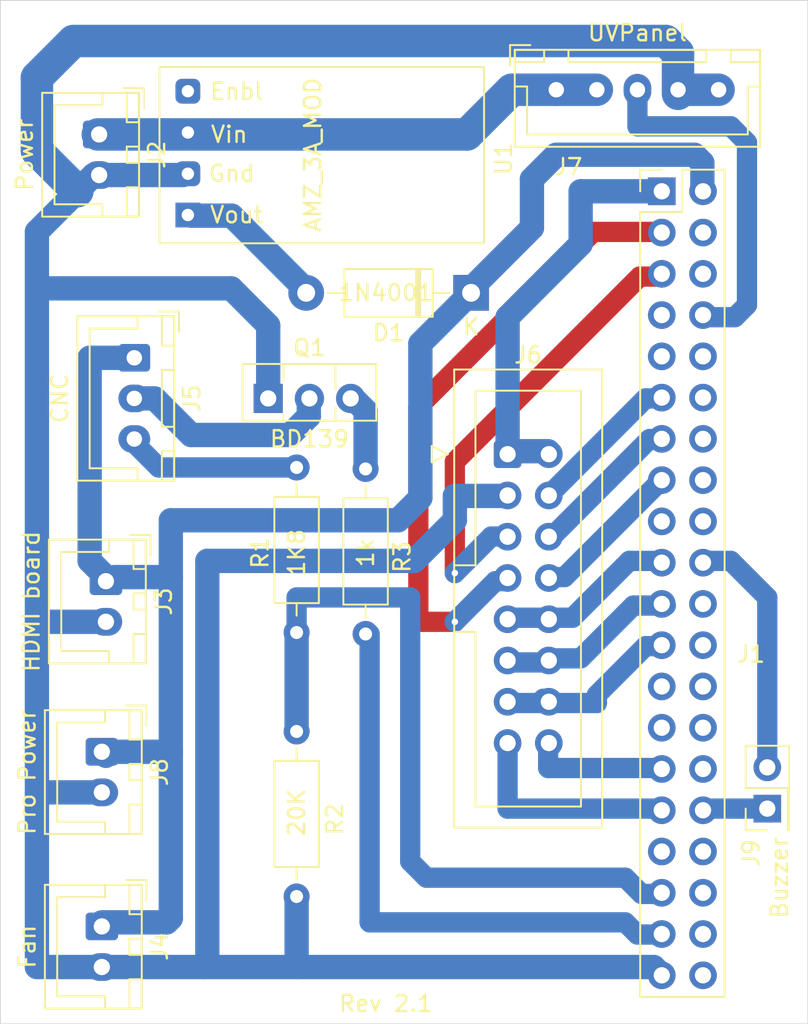
<source format=kicad_pcb>
(kicad_pcb (version 20171130) (host pcbnew "(5.1.8-0-10_14)")

  (general
    (thickness 1.6)
    (drawings 5)
    (tracks 142)
    (zones 0)
    (modules 15)
    (nets 46)
  )

  (page USLetter portrait)
  (layers
    (0 F.Cu signal)
    (31 B.Cu signal)
    (32 B.Adhes user hide)
    (33 F.Adhes user hide)
    (34 B.Paste user hide)
    (35 F.Paste user hide)
    (36 B.SilkS user hide)
    (37 F.SilkS user)
    (38 B.Mask user hide)
    (39 F.Mask user hide)
    (40 Dwgs.User user hide)
    (41 Cmts.User user hide)
    (42 Eco1.User user hide)
    (43 Eco2.User user hide)
    (44 Edge.Cuts user)
    (45 Margin user hide)
    (46 B.CrtYd user hide)
    (47 F.CrtYd user)
    (48 B.Fab user hide)
    (49 F.Fab user hide)
  )

  (setup
    (last_trace_width 1.25)
    (user_trace_width 0.5)
    (user_trace_width 1)
    (user_trace_width 1.5)
    (user_trace_width 2)
    (trace_clearance 0.25)
    (zone_clearance 0.508)
    (zone_45_only no)
    (trace_min 0.2)
    (via_size 0.8)
    (via_drill 0.4)
    (via_min_size 0.4)
    (via_min_drill 0.3)
    (uvia_size 0.3)
    (uvia_drill 0.1)
    (uvias_allowed no)
    (uvia_min_size 0.2)
    (uvia_min_drill 0.1)
    (edge_width 0.05)
    (segment_width 0.2)
    (pcb_text_width 0.3)
    (pcb_text_size 1.5 1.5)
    (mod_edge_width 0.12)
    (mod_text_size 1 1)
    (mod_text_width 0.15)
    (pad_size 1.7 1.7)
    (pad_drill 1)
    (pad_to_mask_clearance 0)
    (aux_axis_origin 10.16 72.136)
    (grid_origin 10.16 72.136)
    (visible_elements FFFEF97F)
    (pcbplotparams
      (layerselection 0x010f0_ffffffff)
      (usegerberextensions false)
      (usegerberattributes true)
      (usegerberadvancedattributes true)
      (creategerberjobfile false)
      (excludeedgelayer true)
      (linewidth 0.100000)
      (plotframeref false)
      (viasonmask false)
      (mode 1)
      (useauxorigin true)
      (hpglpennumber 1)
      (hpglpenspeed 20)
      (hpglpendiameter 15.000000)
      (psnegative false)
      (psa4output false)
      (plotreference true)
      (plotvalue true)
      (plotinvisibletext false)
      (padsonsilk false)
      (subtractmaskfromsilk false)
      (outputformat 1)
      (mirror false)
      (drillshape 0)
      (scaleselection 1)
      (outputdirectory "../gbr/"))
  )

  (net 0 "")
  (net 1 GND)
  (net 2 +5V)
  (net 3 "Net-(J1-Pad40)")
  (net 4 "Net-(J1-Pad38)")
  (net 5 "Net-(J1-Pad36)")
  (net 6 "Net-(J1-Pad28)")
  (net 7 "Net-(J1-Pad27)")
  (net 8 "Net-(J1-Pad26)")
  (net 9 "Net-(J1-Pad24)")
  (net 10 "Net-(J1-Pad22)")
  (net 11 "Net-(J1-Pad18)")
  (net 12 "Net-(J1-Pad16)")
  (net 13 "Net-(J1-Pad12)")
  (net 14 "Net-(J1-Pad10)")
  (net 15 "Net-(J1-Pad7)")
  (net 16 "Net-(D1-Pad2)")
  (net 17 "Net-(J1-Pad33)")
  (net 18 "Net-(Q1-Pad3)")
  (net 19 "Net-(U1-Pad4)")
  (net 20 "Net-(J1-Pad34)")
  (net 21 "Net-(J1-Pad30)")
  (net 22 "Net-(J1-Pad14)")
  (net 23 "Net-(J1-Pad17)")
  (net 24 "Net-(J1-Pad4)")
  (net 25 SLCK)
  (net 26 MOSI)
  (net 27 MISO)
  (net 28 T_IRQ)
  (net 29 RESET)
  (net 30 DC)
  (net 31 CS)
  (net 32 +3V3)
  (net 33 T_CS)
  (net 34 "Net-(J1-Pad25)")
  (net 35 "Net-(J1-Pad9)")
  (net 36 LaserControl)
  (net 37 UVControl)
  (net 38 ZProbe3V3)
  (net 39 SCL)
  (net 40 SDA)
  (net 41 +24V)
  (net 42 ZProbeIn)
  (net 43 LaserGnd)
  (net 44 "Net-(J1-Pad6)")
  (net 45 Buzzer)

  (net_class Default "This is the default net class."
    (clearance 0.25)
    (trace_width 1.25)
    (via_dia 0.8)
    (via_drill 0.4)
    (uvia_dia 0.3)
    (uvia_drill 0.1)
    (add_net +24V)
    (add_net +3V3)
    (add_net +5V)
    (add_net Buzzer)
    (add_net CS)
    (add_net DC)
    (add_net GND)
    (add_net LaserControl)
    (add_net LaserGnd)
    (add_net MISO)
    (add_net MOSI)
    (add_net "Net-(D1-Pad2)")
    (add_net "Net-(J1-Pad10)")
    (add_net "Net-(J1-Pad12)")
    (add_net "Net-(J1-Pad14)")
    (add_net "Net-(J1-Pad16)")
    (add_net "Net-(J1-Pad17)")
    (add_net "Net-(J1-Pad18)")
    (add_net "Net-(J1-Pad22)")
    (add_net "Net-(J1-Pad24)")
    (add_net "Net-(J1-Pad25)")
    (add_net "Net-(J1-Pad26)")
    (add_net "Net-(J1-Pad27)")
    (add_net "Net-(J1-Pad28)")
    (add_net "Net-(J1-Pad30)")
    (add_net "Net-(J1-Pad33)")
    (add_net "Net-(J1-Pad34)")
    (add_net "Net-(J1-Pad36)")
    (add_net "Net-(J1-Pad38)")
    (add_net "Net-(J1-Pad4)")
    (add_net "Net-(J1-Pad40)")
    (add_net "Net-(J1-Pad6)")
    (add_net "Net-(J1-Pad7)")
    (add_net "Net-(J1-Pad9)")
    (add_net "Net-(Q1-Pad3)")
    (add_net "Net-(U1-Pad4)")
    (add_net RESET)
    (add_net SCL)
    (add_net SDA)
    (add_net SLCK)
    (add_net T_CS)
    (add_net T_IRQ)
    (add_net UVControl)
    (add_net ZProbe3V3)
    (add_net ZProbeIn)
  )

  (net_class Power12 ""
    (clearance 0.25)
    (trace_width 2)
    (via_dia 0.8)
    (via_drill 0.4)
    (uvia_dia 0.3)
    (uvia_drill 0.1)
  )

  (net_class Power5 ""
    (clearance 0.25)
    (trace_width 1.25)
    (via_dia 0.8)
    (via_drill 0.4)
    (uvia_dia 0.3)
    (uvia_drill 0.1)
  )

  (module Connector_PinHeader_2.54mm:PinHeader_2x01_P2.54mm_Vertical (layer F.Cu) (tedit 59FED5CC) (tstamp 60A967D9)
    (at 57.41 58.886 90)
    (descr "Through hole straight pin header, 2x01, 2.54mm pitch, double rows")
    (tags "Through hole pin header THT 2x01 2.54mm double row")
    (path /60AA1528)
    (fp_text reference J9 (at -2.75 -1 90) (layer F.SilkS)
      (effects (font (size 1 1) (thickness 0.15)))
    )
    (fp_text value Buzzer (at -4.25 0.75 90) (layer F.SilkS)
      (effects (font (size 1 1) (thickness 0.15)))
    )
    (fp_line (start 4.35 -1.8) (end -1.8 -1.8) (layer F.CrtYd) (width 0.05))
    (fp_line (start 4.35 1.8) (end 4.35 -1.8) (layer F.CrtYd) (width 0.05))
    (fp_line (start -1.8 1.8) (end 4.35 1.8) (layer F.CrtYd) (width 0.05))
    (fp_line (start -1.8 -1.8) (end -1.8 1.8) (layer F.CrtYd) (width 0.05))
    (fp_line (start -1.33 -1.33) (end 0 -1.33) (layer F.SilkS) (width 0.12))
    (fp_line (start -1.33 0) (end -1.33 -1.33) (layer F.SilkS) (width 0.12))
    (fp_line (start 1.27 -1.33) (end 3.87 -1.33) (layer F.SilkS) (width 0.12))
    (fp_line (start 1.27 1.27) (end 1.27 -1.33) (layer F.SilkS) (width 0.12))
    (fp_line (start -1.33 1.27) (end 1.27 1.27) (layer F.SilkS) (width 0.12))
    (fp_line (start 3.87 -1.33) (end 3.87 1.33) (layer F.SilkS) (width 0.12))
    (fp_line (start -1.33 1.27) (end -1.33 1.33) (layer F.SilkS) (width 0.12))
    (fp_line (start -1.33 1.33) (end 3.87 1.33) (layer F.SilkS) (width 0.12))
    (fp_line (start -1.27 0) (end 0 -1.27) (layer F.Fab) (width 0.1))
    (fp_line (start -1.27 1.27) (end -1.27 0) (layer F.Fab) (width 0.1))
    (fp_line (start 3.81 1.27) (end -1.27 1.27) (layer F.Fab) (width 0.1))
    (fp_line (start 3.81 -1.27) (end 3.81 1.27) (layer F.Fab) (width 0.1))
    (fp_line (start 0 -1.27) (end 3.81 -1.27) (layer F.Fab) (width 0.1))
    (fp_text user %R (at 1.27 0) (layer F.Fab)
      (effects (font (size 1 1) (thickness 0.15)))
    )
    (pad 2 thru_hole oval (at 2.54 0 90) (size 1.7 1.7) (drill 1) (layers *.Cu *.Mask)
      (net 1 GND))
    (pad 1 thru_hole rect (at 0 0 90) (size 1.7 1.7) (drill 1) (layers *.Cu *.Mask)
      (net 45 Buzzer))
    (model ${KISYS3DMOD}/Connector_PinHeader_2.54mm.3dshapes/PinHeader_2x01_P2.54mm_Vertical.wrl
      (at (xyz 0 0 0))
      (scale (xyz 1 1 1))
      (rotate (xyz 0 0 0))
    )
  )

  (module Resistor_THT:R_Axial_DIN0207_L6.3mm_D2.5mm_P10.16mm_Horizontal (layer F.Cu) (tedit 5AE5139B) (tstamp 60A31E96)
    (at 28.41 54.136 270)
    (descr "Resistor, Axial_DIN0207 series, Axial, Horizontal, pin pitch=10.16mm, 0.25W = 1/4W, length*diameter=6.3*2.5mm^2, http://cdn-reichelt.de/documents/datenblatt/B400/1_4W%23YAG.pdf")
    (tags "Resistor Axial_DIN0207 series Axial Horizontal pin pitch 10.16mm 0.25W = 1/4W length 6.3mm diameter 2.5mm")
    (path /60A42846)
    (fp_text reference R2 (at 5.4 -2.35 90) (layer F.SilkS)
      (effects (font (size 1 1) (thickness 0.15)))
    )
    (fp_text value 20K (at 5 0 90) (layer F.SilkS)
      (effects (font (size 1 1) (thickness 0.15)))
    )
    (fp_line (start 1.93 -1.25) (end 1.93 1.25) (layer F.Fab) (width 0.1))
    (fp_line (start 1.93 1.25) (end 8.23 1.25) (layer F.Fab) (width 0.1))
    (fp_line (start 8.23 1.25) (end 8.23 -1.25) (layer F.Fab) (width 0.1))
    (fp_line (start 8.23 -1.25) (end 1.93 -1.25) (layer F.Fab) (width 0.1))
    (fp_line (start 0 0) (end 1.93 0) (layer F.Fab) (width 0.1))
    (fp_line (start 10.16 0) (end 8.23 0) (layer F.Fab) (width 0.1))
    (fp_line (start 1.81 -1.37) (end 1.81 1.37) (layer F.SilkS) (width 0.12))
    (fp_line (start 1.81 1.37) (end 8.35 1.37) (layer F.SilkS) (width 0.12))
    (fp_line (start 8.35 1.37) (end 8.35 -1.37) (layer F.SilkS) (width 0.12))
    (fp_line (start 8.35 -1.37) (end 1.81 -1.37) (layer F.SilkS) (width 0.12))
    (fp_line (start 1.04 0) (end 1.81 0) (layer F.SilkS) (width 0.12))
    (fp_line (start 9.12 0) (end 8.35 0) (layer F.SilkS) (width 0.12))
    (fp_line (start -1.05 -1.5) (end -1.05 1.5) (layer F.CrtYd) (width 0.05))
    (fp_line (start -1.05 1.5) (end 11.21 1.5) (layer F.CrtYd) (width 0.05))
    (fp_line (start 11.21 1.5) (end 11.21 -1.5) (layer F.CrtYd) (width 0.05))
    (fp_line (start 11.21 -1.5) (end -1.05 -1.5) (layer F.CrtYd) (width 0.05))
    (fp_text user %R (at 5.25 2.25 90) (layer F.Fab)
      (effects (font (size 1 1) (thickness 0.15)))
    )
    (pad 2 thru_hole oval (at 10.16 0 270) (size 1.6 1.6) (drill 0.8) (layers *.Cu *.Mask)
      (net 1 GND))
    (pad 1 thru_hole circle (at 0 0 270) (size 1.6 1.6) (drill 0.8) (layers *.Cu *.Mask)
      (net 38 ZProbe3V3))
    (model ${KISYS3DMOD}/Resistor_THT.3dshapes/R_Axial_DIN0207_L6.3mm_D2.5mm_P10.16mm_Horizontal.wrl
      (at (xyz 0 0 0))
      (scale (xyz 1 1 1))
      (rotate (xyz 0 0 0))
    )
  )

  (module Resistor_THT:R_Axial_DIN0207_L6.3mm_D2.5mm_P10.16mm_Horizontal (layer F.Cu) (tedit 5AE5139B) (tstamp 60A31ED8)
    (at 28.41 37.886 270)
    (descr "Resistor, Axial_DIN0207 series, Axial, Horizontal, pin pitch=10.16mm, 0.25W = 1/4W, length*diameter=6.3*2.5mm^2, http://cdn-reichelt.de/documents/datenblatt/B400/1_4W%23YAG.pdf")
    (tags "Resistor Axial_DIN0207 series Axial Horizontal pin pitch 10.16mm 0.25W = 1/4W length 6.3mm diameter 2.5mm")
    (path /60A41BEC)
    (fp_text reference R1 (at 5.25 2.25 90) (layer F.SilkS)
      (effects (font (size 1 1) (thickness 0.15)))
    )
    (fp_text value 1K8 (at 5.25 0 90) (layer F.SilkS)
      (effects (font (size 1 1) (thickness 0.15)))
    )
    (fp_line (start 1.93 -1.25) (end 1.93 1.25) (layer F.Fab) (width 0.1))
    (fp_line (start 1.93 1.25) (end 8.23 1.25) (layer F.Fab) (width 0.1))
    (fp_line (start 8.23 1.25) (end 8.23 -1.25) (layer F.Fab) (width 0.1))
    (fp_line (start 8.23 -1.25) (end 1.93 -1.25) (layer F.Fab) (width 0.1))
    (fp_line (start 0 0) (end 1.93 0) (layer F.Fab) (width 0.1))
    (fp_line (start 10.16 0) (end 8.23 0) (layer F.Fab) (width 0.1))
    (fp_line (start 1.81 -1.37) (end 1.81 1.37) (layer F.SilkS) (width 0.12))
    (fp_line (start 1.81 1.37) (end 8.35 1.37) (layer F.SilkS) (width 0.12))
    (fp_line (start 8.35 1.37) (end 8.35 -1.37) (layer F.SilkS) (width 0.12))
    (fp_line (start 8.35 -1.37) (end 1.81 -1.37) (layer F.SilkS) (width 0.12))
    (fp_line (start 1.04 0) (end 1.81 0) (layer F.SilkS) (width 0.12))
    (fp_line (start 9.12 0) (end 8.35 0) (layer F.SilkS) (width 0.12))
    (fp_line (start -1.05 -1.5) (end -1.05 1.5) (layer F.CrtYd) (width 0.05))
    (fp_line (start -1.05 1.5) (end 11.21 1.5) (layer F.CrtYd) (width 0.05))
    (fp_line (start 11.21 1.5) (end 11.21 -1.5) (layer F.CrtYd) (width 0.05))
    (fp_line (start 11.21 -1.5) (end -1.05 -1.5) (layer F.CrtYd) (width 0.05))
    (fp_text user %R (at 5.25 2.25 90) (layer F.Fab)
      (effects (font (size 1 1) (thickness 0.15)))
    )
    (pad 2 thru_hole oval (at 10.16 0 270) (size 1.6 1.6) (drill 0.8) (layers *.Cu *.Mask)
      (net 38 ZProbe3V3))
    (pad 1 thru_hole circle (at 0 0 270) (size 1.6 1.6) (drill 0.8) (layers *.Cu *.Mask)
      (net 42 ZProbeIn))
    (model ${KISYS3DMOD}/Resistor_THT.3dshapes/R_Axial_DIN0207_L6.3mm_D2.5mm_P10.16mm_Horizontal.wrl
      (at (xyz 0 0 0))
      (scale (xyz 1 1 1))
      (rotate (xyz 0 0 0))
    )
  )

  (module Connector_JST:JST_XH_B2B-XH-A_1x02_P2.50mm_Vertical (layer F.Cu) (tedit 5C28146C) (tstamp 60A31F2C)
    (at 16.41 55.386 270)
    (descr "JST XH series connector, B2B-XH-A (http://www.jst-mfg.com/product/pdf/eng/eXH.pdf), generated with kicad-footprint-generator")
    (tags "connector JST XH vertical")
    (path /60A3E2DB)
    (fp_text reference J8 (at 1.25 -3.55 90) (layer F.SilkS)
      (effects (font (size 1 1) (thickness 0.15)))
    )
    (fp_text value "Pro Power" (at 1.25 4.6 90) (layer F.SilkS)
      (effects (font (size 1 1) (thickness 0.15)))
    )
    (fp_line (start -2.45 -2.35) (end -2.45 3.4) (layer F.Fab) (width 0.1))
    (fp_line (start -2.45 3.4) (end 4.95 3.4) (layer F.Fab) (width 0.1))
    (fp_line (start 4.95 3.4) (end 4.95 -2.35) (layer F.Fab) (width 0.1))
    (fp_line (start 4.95 -2.35) (end -2.45 -2.35) (layer F.Fab) (width 0.1))
    (fp_line (start -2.56 -2.46) (end -2.56 3.51) (layer F.SilkS) (width 0.12))
    (fp_line (start -2.56 3.51) (end 5.06 3.51) (layer F.SilkS) (width 0.12))
    (fp_line (start 5.06 3.51) (end 5.06 -2.46) (layer F.SilkS) (width 0.12))
    (fp_line (start 5.06 -2.46) (end -2.56 -2.46) (layer F.SilkS) (width 0.12))
    (fp_line (start -2.95 -2.85) (end -2.95 3.9) (layer F.CrtYd) (width 0.05))
    (fp_line (start -2.95 3.9) (end 5.45 3.9) (layer F.CrtYd) (width 0.05))
    (fp_line (start 5.45 3.9) (end 5.45 -2.85) (layer F.CrtYd) (width 0.05))
    (fp_line (start 5.45 -2.85) (end -2.95 -2.85) (layer F.CrtYd) (width 0.05))
    (fp_line (start -0.625 -2.35) (end 0 -1.35) (layer F.Fab) (width 0.1))
    (fp_line (start 0 -1.35) (end 0.625 -2.35) (layer F.Fab) (width 0.1))
    (fp_line (start 0.75 -2.45) (end 0.75 -1.7) (layer F.SilkS) (width 0.12))
    (fp_line (start 0.75 -1.7) (end 1.75 -1.7) (layer F.SilkS) (width 0.12))
    (fp_line (start 1.75 -1.7) (end 1.75 -2.45) (layer F.SilkS) (width 0.12))
    (fp_line (start 1.75 -2.45) (end 0.75 -2.45) (layer F.SilkS) (width 0.12))
    (fp_line (start -2.55 -2.45) (end -2.55 -1.7) (layer F.SilkS) (width 0.12))
    (fp_line (start -2.55 -1.7) (end -0.75 -1.7) (layer F.SilkS) (width 0.12))
    (fp_line (start -0.75 -1.7) (end -0.75 -2.45) (layer F.SilkS) (width 0.12))
    (fp_line (start -0.75 -2.45) (end -2.55 -2.45) (layer F.SilkS) (width 0.12))
    (fp_line (start 3.25 -2.45) (end 3.25 -1.7) (layer F.SilkS) (width 0.12))
    (fp_line (start 3.25 -1.7) (end 5.05 -1.7) (layer F.SilkS) (width 0.12))
    (fp_line (start 5.05 -1.7) (end 5.05 -2.45) (layer F.SilkS) (width 0.12))
    (fp_line (start 5.05 -2.45) (end 3.25 -2.45) (layer F.SilkS) (width 0.12))
    (fp_line (start -2.55 -0.2) (end -1.8 -0.2) (layer F.SilkS) (width 0.12))
    (fp_line (start -1.8 -0.2) (end -1.8 2.75) (layer F.SilkS) (width 0.12))
    (fp_line (start -1.8 2.75) (end 1.25 2.75) (layer F.SilkS) (width 0.12))
    (fp_line (start 5.05 -0.2) (end 4.3 -0.2) (layer F.SilkS) (width 0.12))
    (fp_line (start 4.3 -0.2) (end 4.3 2.75) (layer F.SilkS) (width 0.12))
    (fp_line (start 4.3 2.75) (end 1.25 2.75) (layer F.SilkS) (width 0.12))
    (fp_line (start -1.6 -2.75) (end -2.85 -2.75) (layer F.SilkS) (width 0.12))
    (fp_line (start -2.85 -2.75) (end -2.85 -1.5) (layer F.SilkS) (width 0.12))
    (fp_text user %R (at 1.25 2.7 90) (layer F.Fab)
      (effects (font (size 1 1) (thickness 0.15)))
    )
    (pad 2 thru_hole oval (at 2.5 0 270) (size 1.7 2) (drill 1) (layers *.Cu *.Mask)
      (net 1 GND))
    (pad 1 thru_hole roundrect (at 0 0 270) (size 1.7 2) (drill 1) (layers *.Cu *.Mask) (roundrect_rratio 0.1470588235294118)
      (net 2 +5V))
    (model ${KISYS3DMOD}/Connector_JST.3dshapes/JST_XH_B2B-XH-A_1x02_P2.50mm_Vertical.wrl
      (at (xyz 0 0 0))
      (scale (xyz 1 1 1))
      (rotate (xyz 0 0 0))
    )
  )

  (module Connector_JST:JST_XH_B5B-XH-A_1x05_P2.50mm_Vertical (layer F.Cu) (tedit 5C28146C) (tstamp 60A31FA7)
    (at 44.41 14.636)
    (descr "JST XH series connector, B5B-XH-A (http://www.jst-mfg.com/product/pdf/eng/eXH.pdf), generated with kicad-footprint-generator")
    (tags "connector JST XH vertical")
    (path /60A321D8)
    (fp_text reference J7 (at 0.75 4.75) (layer F.SilkS)
      (effects (font (size 1 1) (thickness 0.15)))
    )
    (fp_text value UVPanel (at 5 -3.5) (layer F.SilkS)
      (effects (font (size 1 1) (thickness 0.15)))
    )
    (fp_line (start -2.45 -2.35) (end -2.45 3.4) (layer F.Fab) (width 0.1))
    (fp_line (start -2.45 3.4) (end 12.45 3.4) (layer F.Fab) (width 0.1))
    (fp_line (start 12.45 3.4) (end 12.45 -2.35) (layer F.Fab) (width 0.1))
    (fp_line (start 12.45 -2.35) (end -2.45 -2.35) (layer F.Fab) (width 0.1))
    (fp_line (start -2.56 -2.46) (end -2.56 3.51) (layer F.SilkS) (width 0.12))
    (fp_line (start -2.56 3.51) (end 12.56 3.51) (layer F.SilkS) (width 0.12))
    (fp_line (start 12.56 3.51) (end 12.56 -2.46) (layer F.SilkS) (width 0.12))
    (fp_line (start 12.56 -2.46) (end -2.56 -2.46) (layer F.SilkS) (width 0.12))
    (fp_line (start -2.95 -2.85) (end -2.95 3.9) (layer F.CrtYd) (width 0.05))
    (fp_line (start -2.95 3.9) (end 12.95 3.9) (layer F.CrtYd) (width 0.05))
    (fp_line (start 12.95 3.9) (end 12.95 -2.85) (layer F.CrtYd) (width 0.05))
    (fp_line (start 12.95 -2.85) (end -2.95 -2.85) (layer F.CrtYd) (width 0.05))
    (fp_line (start -0.625 -2.35) (end 0 -1.35) (layer F.Fab) (width 0.1))
    (fp_line (start 0 -1.35) (end 0.625 -2.35) (layer F.Fab) (width 0.1))
    (fp_line (start 0.75 -2.45) (end 0.75 -1.7) (layer F.SilkS) (width 0.12))
    (fp_line (start 0.75 -1.7) (end 9.25 -1.7) (layer F.SilkS) (width 0.12))
    (fp_line (start 9.25 -1.7) (end 9.25 -2.45) (layer F.SilkS) (width 0.12))
    (fp_line (start 9.25 -2.45) (end 0.75 -2.45) (layer F.SilkS) (width 0.12))
    (fp_line (start -2.55 -2.45) (end -2.55 -1.7) (layer F.SilkS) (width 0.12))
    (fp_line (start -2.55 -1.7) (end -0.75 -1.7) (layer F.SilkS) (width 0.12))
    (fp_line (start -0.75 -1.7) (end -0.75 -2.45) (layer F.SilkS) (width 0.12))
    (fp_line (start -0.75 -2.45) (end -2.55 -2.45) (layer F.SilkS) (width 0.12))
    (fp_line (start 10.75 -2.45) (end 10.75 -1.7) (layer F.SilkS) (width 0.12))
    (fp_line (start 10.75 -1.7) (end 12.55 -1.7) (layer F.SilkS) (width 0.12))
    (fp_line (start 12.55 -1.7) (end 12.55 -2.45) (layer F.SilkS) (width 0.12))
    (fp_line (start 12.55 -2.45) (end 10.75 -2.45) (layer F.SilkS) (width 0.12))
    (fp_line (start -2.55 -0.2) (end -1.8 -0.2) (layer F.SilkS) (width 0.12))
    (fp_line (start -1.8 -0.2) (end -1.8 2.75) (layer F.SilkS) (width 0.12))
    (fp_line (start -1.8 2.75) (end 5 2.75) (layer F.SilkS) (width 0.12))
    (fp_line (start 12.55 -0.2) (end 11.8 -0.2) (layer F.SilkS) (width 0.12))
    (fp_line (start 11.8 -0.2) (end 11.8 2.75) (layer F.SilkS) (width 0.12))
    (fp_line (start 11.8 2.75) (end 5 2.75) (layer F.SilkS) (width 0.12))
    (fp_line (start -1.6 -2.75) (end -2.85 -2.75) (layer F.SilkS) (width 0.12))
    (fp_line (start -2.85 -2.75) (end -2.85 -1.5) (layer F.SilkS) (width 0.12))
    (fp_text user %R (at 5 2.7) (layer F.Fab)
      (effects (font (size 1 1) (thickness 0.15)))
    )
    (pad 5 thru_hole oval (at 10 0) (size 1.7 1.95) (drill 0.95) (layers *.Cu *.Mask)
      (net 1 GND))
    (pad 4 thru_hole oval (at 7.5 0) (size 1.7 1.95) (drill 0.95) (layers *.Cu *.Mask)
      (net 1 GND))
    (pad 3 thru_hole oval (at 5 0) (size 1.7 1.95) (drill 0.95) (layers *.Cu *.Mask)
      (net 37 UVControl))
    (pad 2 thru_hole oval (at 2.5 0) (size 1.7 1.95) (drill 0.95) (layers *.Cu *.Mask)
      (net 41 +24V))
    (pad 1 thru_hole roundrect (at 0 0) (size 1.7 1.95) (drill 0.95) (layers *.Cu *.Mask) (roundrect_rratio 0.1470588235294118)
      (net 41 +24V))
    (model ${KISYS3DMOD}/Connector_JST.3dshapes/JST_XH_B5B-XH-A_1x05_P2.50mm_Vertical.wrl
      (at (xyz 0 0 0))
      (scale (xyz 1 1 1))
      (rotate (xyz 0 0 0))
    )
  )

  (module Connector_JST:JST_XH_B3B-XH-A_1x03_P2.50mm_Vertical (layer F.Cu) (tedit 5C28146C) (tstamp 60A32026)
    (at 18.41 31.136 270)
    (descr "JST XH series connector, B3B-XH-A (http://www.jst-mfg.com/product/pdf/eng/eXH.pdf), generated with kicad-footprint-generator")
    (tags "connector JST XH vertical")
    (path /60A35B49)
    (fp_text reference J5 (at 2.5 -3.55 90) (layer F.SilkS)
      (effects (font (size 1 1) (thickness 0.15)))
    )
    (fp_text value CNC (at 2.5 4.6 90) (layer F.SilkS)
      (effects (font (size 1 1) (thickness 0.15)))
    )
    (fp_line (start -2.45 -2.35) (end -2.45 3.4) (layer F.Fab) (width 0.1))
    (fp_line (start -2.45 3.4) (end 7.45 3.4) (layer F.Fab) (width 0.1))
    (fp_line (start 7.45 3.4) (end 7.45 -2.35) (layer F.Fab) (width 0.1))
    (fp_line (start 7.45 -2.35) (end -2.45 -2.35) (layer F.Fab) (width 0.1))
    (fp_line (start -2.56 -2.46) (end -2.56 3.51) (layer F.SilkS) (width 0.12))
    (fp_line (start -2.56 3.51) (end 7.56 3.51) (layer F.SilkS) (width 0.12))
    (fp_line (start 7.56 3.51) (end 7.56 -2.46) (layer F.SilkS) (width 0.12))
    (fp_line (start 7.56 -2.46) (end -2.56 -2.46) (layer F.SilkS) (width 0.12))
    (fp_line (start -2.95 -2.85) (end -2.95 3.9) (layer F.CrtYd) (width 0.05))
    (fp_line (start -2.95 3.9) (end 7.95 3.9) (layer F.CrtYd) (width 0.05))
    (fp_line (start 7.95 3.9) (end 7.95 -2.85) (layer F.CrtYd) (width 0.05))
    (fp_line (start 7.95 -2.85) (end -2.95 -2.85) (layer F.CrtYd) (width 0.05))
    (fp_line (start -0.625 -2.35) (end 0 -1.35) (layer F.Fab) (width 0.1))
    (fp_line (start 0 -1.35) (end 0.625 -2.35) (layer F.Fab) (width 0.1))
    (fp_line (start 0.75 -2.45) (end 0.75 -1.7) (layer F.SilkS) (width 0.12))
    (fp_line (start 0.75 -1.7) (end 4.25 -1.7) (layer F.SilkS) (width 0.12))
    (fp_line (start 4.25 -1.7) (end 4.25 -2.45) (layer F.SilkS) (width 0.12))
    (fp_line (start 4.25 -2.45) (end 0.75 -2.45) (layer F.SilkS) (width 0.12))
    (fp_line (start -2.55 -2.45) (end -2.55 -1.7) (layer F.SilkS) (width 0.12))
    (fp_line (start -2.55 -1.7) (end -0.75 -1.7) (layer F.SilkS) (width 0.12))
    (fp_line (start -0.75 -1.7) (end -0.75 -2.45) (layer F.SilkS) (width 0.12))
    (fp_line (start -0.75 -2.45) (end -2.55 -2.45) (layer F.SilkS) (width 0.12))
    (fp_line (start 5.75 -2.45) (end 5.75 -1.7) (layer F.SilkS) (width 0.12))
    (fp_line (start 5.75 -1.7) (end 7.55 -1.7) (layer F.SilkS) (width 0.12))
    (fp_line (start 7.55 -1.7) (end 7.55 -2.45) (layer F.SilkS) (width 0.12))
    (fp_line (start 7.55 -2.45) (end 5.75 -2.45) (layer F.SilkS) (width 0.12))
    (fp_line (start -2.55 -0.2) (end -1.8 -0.2) (layer F.SilkS) (width 0.12))
    (fp_line (start -1.8 -0.2) (end -1.8 2.75) (layer F.SilkS) (width 0.12))
    (fp_line (start -1.8 2.75) (end 2.5 2.75) (layer F.SilkS) (width 0.12))
    (fp_line (start 7.55 -0.2) (end 6.8 -0.2) (layer F.SilkS) (width 0.12))
    (fp_line (start 6.8 -0.2) (end 6.8 2.75) (layer F.SilkS) (width 0.12))
    (fp_line (start 6.8 2.75) (end 2.5 2.75) (layer F.SilkS) (width 0.12))
    (fp_line (start -1.6 -2.75) (end -2.85 -2.75) (layer F.SilkS) (width 0.12))
    (fp_line (start -2.85 -2.75) (end -2.85 -1.5) (layer F.SilkS) (width 0.12))
    (fp_text user %R (at 2.5 2.7 90) (layer F.Fab)
      (effects (font (size 1 1) (thickness 0.15)))
    )
    (pad 3 thru_hole oval (at 5 0 270) (size 1.7 1.95) (drill 0.95) (layers *.Cu *.Mask)
      (net 42 ZProbeIn))
    (pad 2 thru_hole oval (at 2.5 0 270) (size 1.7 1.95) (drill 0.95) (layers *.Cu *.Mask)
      (net 43 LaserGnd))
    (pad 1 thru_hole roundrect (at 0 0 270) (size 1.7 1.95) (drill 0.95) (layers *.Cu *.Mask) (roundrect_rratio 0.1470588235294118)
      (net 2 +5V))
    (model ${KISYS3DMOD}/Connector_JST.3dshapes/JST_XH_B3B-XH-A_1x03_P2.50mm_Vertical.wrl
      (at (xyz 0 0 0))
      (scale (xyz 1 1 1))
      (rotate (xyz 0 0 0))
    )
  )

  (module Connector_IDC:IDC-Header_2x08_P2.54mm_Vertical (layer F.Cu) (tedit 5EAC9A07) (tstamp 60A31AD6)
    (at 41.41 37.068)
    (descr "Through hole IDC box header, 2x08, 2.54mm pitch, DIN 41651 / IEC 60603-13, double rows, https://docs.google.com/spreadsheets/d/16SsEcesNF15N3Lb4niX7dcUr-NY5_MFPQhobNuNppn4/edit#gid=0")
    (tags "Through hole vertical IDC box header THT 2x08 2.54mm double row")
    (path /605FBE9D)
    (fp_text reference J6 (at 1.27 -6.1) (layer F.SilkS)
      (effects (font (size 1 1) (thickness 0.15)))
    )
    (fp_text value IDC16 (at 1.27 23.88) (layer F.Fab)
      (effects (font (size 1 1) (thickness 0.15)))
    )
    (fp_line (start -3.18 -4.1) (end -2.18 -5.1) (layer F.Fab) (width 0.1))
    (fp_line (start -2.18 -5.1) (end 5.72 -5.1) (layer F.Fab) (width 0.1))
    (fp_line (start 5.72 -5.1) (end 5.72 22.88) (layer F.Fab) (width 0.1))
    (fp_line (start 5.72 22.88) (end -3.18 22.88) (layer F.Fab) (width 0.1))
    (fp_line (start -3.18 22.88) (end -3.18 -4.1) (layer F.Fab) (width 0.1))
    (fp_line (start -3.18 6.84) (end -1.98 6.84) (layer F.Fab) (width 0.1))
    (fp_line (start -1.98 6.84) (end -1.98 -3.91) (layer F.Fab) (width 0.1))
    (fp_line (start -1.98 -3.91) (end 4.52 -3.91) (layer F.Fab) (width 0.1))
    (fp_line (start 4.52 -3.91) (end 4.52 21.69) (layer F.Fab) (width 0.1))
    (fp_line (start 4.52 21.69) (end -1.98 21.69) (layer F.Fab) (width 0.1))
    (fp_line (start -1.98 21.69) (end -1.98 10.94) (layer F.Fab) (width 0.1))
    (fp_line (start -1.98 10.94) (end -1.98 10.94) (layer F.Fab) (width 0.1))
    (fp_line (start -1.98 10.94) (end -3.18 10.94) (layer F.Fab) (width 0.1))
    (fp_line (start -3.29 -5.21) (end 5.83 -5.21) (layer F.SilkS) (width 0.12))
    (fp_line (start 5.83 -5.21) (end 5.83 22.99) (layer F.SilkS) (width 0.12))
    (fp_line (start 5.83 22.99) (end -3.29 22.99) (layer F.SilkS) (width 0.12))
    (fp_line (start -3.29 22.99) (end -3.29 -5.21) (layer F.SilkS) (width 0.12))
    (fp_line (start -3.29 6.84) (end -1.98 6.84) (layer F.SilkS) (width 0.12))
    (fp_line (start -1.98 6.84) (end -1.98 -3.91) (layer F.SilkS) (width 0.12))
    (fp_line (start -1.98 -3.91) (end 4.52 -3.91) (layer F.SilkS) (width 0.12))
    (fp_line (start 4.52 -3.91) (end 4.52 21.69) (layer F.SilkS) (width 0.12))
    (fp_line (start 4.52 21.69) (end -1.98 21.69) (layer F.SilkS) (width 0.12))
    (fp_line (start -1.98 21.69) (end -1.98 10.94) (layer F.SilkS) (width 0.12))
    (fp_line (start -1.98 10.94) (end -1.98 10.94) (layer F.SilkS) (width 0.12))
    (fp_line (start -1.98 10.94) (end -3.29 10.94) (layer F.SilkS) (width 0.12))
    (fp_line (start -3.68 0) (end -4.68 -0.5) (layer F.SilkS) (width 0.12))
    (fp_line (start -4.68 -0.5) (end -4.68 0.5) (layer F.SilkS) (width 0.12))
    (fp_line (start -4.68 0.5) (end -3.68 0) (layer F.SilkS) (width 0.12))
    (fp_line (start -3.68 -5.6) (end -3.68 23.38) (layer F.CrtYd) (width 0.05))
    (fp_line (start -3.68 23.38) (end 6.22 23.38) (layer F.CrtYd) (width 0.05))
    (fp_line (start 6.22 23.38) (end 6.22 -5.6) (layer F.CrtYd) (width 0.05))
    (fp_line (start 6.22 -5.6) (end -3.68 -5.6) (layer F.CrtYd) (width 0.05))
    (fp_text user %R (at 1.27 8.89 90) (layer F.Fab)
      (effects (font (size 1 1) (thickness 0.15)))
    )
    (pad 16 thru_hole circle (at 2.54 17.78) (size 1.7 1.7) (drill 1) (layers *.Cu *.Mask)
      (net 28 T_IRQ))
    (pad 14 thru_hole circle (at 2.54 15.24) (size 1.7 1.7) (drill 1) (layers *.Cu *.Mask)
      (net 25 SLCK))
    (pad 12 thru_hole circle (at 2.54 12.7) (size 1.7 1.7) (drill 1) (layers *.Cu *.Mask)
      (net 27 MISO))
    (pad 10 thru_hole circle (at 2.54 10.16) (size 1.7 1.7) (drill 1) (layers *.Cu *.Mask)
      (net 26 MOSI))
    (pad 8 thru_hole circle (at 2.54 7.62) (size 1.7 1.7) (drill 1) (layers *.Cu *.Mask)
      (net 29 RESET))
    (pad 6 thru_hole circle (at 2.54 5.08) (size 1.7 1.7) (drill 1) (layers *.Cu *.Mask)
      (net 30 DC))
    (pad 4 thru_hole circle (at 2.54 2.54) (size 1.7 1.7) (drill 1) (layers *.Cu *.Mask)
      (net 31 CS))
    (pad 2 thru_hole circle (at 2.54 0) (size 1.7 1.7) (drill 1) (layers *.Cu *.Mask)
      (net 32 +3V3))
    (pad 15 thru_hole circle (at 0 17.78) (size 1.7 1.7) (drill 1) (layers *.Cu *.Mask)
      (net 33 T_CS))
    (pad 13 thru_hole circle (at 0 15.24) (size 1.7 1.7) (drill 1) (layers *.Cu *.Mask)
      (net 25 SLCK))
    (pad 11 thru_hole circle (at 0 12.7) (size 1.7 1.7) (drill 1) (layers *.Cu *.Mask)
      (net 27 MISO))
    (pad 9 thru_hole circle (at 0 10.16) (size 1.7 1.7) (drill 1) (layers *.Cu *.Mask)
      (net 26 MOSI))
    (pad 7 thru_hole circle (at 0 7.62) (size 1.7 1.7) (drill 1) (layers *.Cu *.Mask)
      (net 40 SDA))
    (pad 5 thru_hole circle (at 0 5.08) (size 1.7 1.7) (drill 1) (layers *.Cu *.Mask)
      (net 39 SCL))
    (pad 3 thru_hole circle (at 0 2.54) (size 1.7 1.7) (drill 1) (layers *.Cu *.Mask)
      (net 1 GND))
    (pad 1 thru_hole roundrect (at 0 0) (size 1.7 1.7) (drill 1) (layers *.Cu *.Mask) (roundrect_rratio 0.1470588235294118)
      (net 32 +3V3))
    (model ${KISYS3DMOD}/Connector_IDC.3dshapes/IDC-Header_2x08_P2.54mm_Vertical.wrl
      (at (xyz 0 0 0))
      (scale (xyz 1 1 1))
      (rotate (xyz 0 0 0))
    )
  )

  (module pcb_etcher:PinSocket_2x20_P2.54mm_BacksideMount (layer F.Cu) (tedit 605671C0) (tstamp 60A31BD6)
    (at 50.91 20.886)
    (descr "Through hole straight pin header, 2x20, 2.54mm pitch, double rows")
    (tags "Through hole pin header THT 2x20 2.54mm double row")
    (path /603A8104)
    (fp_text reference J1 (at 5.5 28.5) (layer F.SilkS)
      (effects (font (size 1 1) (thickness 0.15)))
    )
    (fp_text value Raspberry_Pi_2_3 (at 5.75 43.5 90) (layer F.Fab)
      (effects (font (size 1 1) (thickness 0.15)))
    )
    (fp_line (start 0 -1.27) (end 3.81 -1.27) (layer F.Fab) (width 0.1))
    (fp_line (start 3.81 -1.27) (end 3.81 49.53) (layer F.Fab) (width 0.1))
    (fp_line (start 3.81 49.53) (end -1.27 49.53) (layer F.Fab) (width 0.1))
    (fp_line (start -1.27 49.53) (end -1.27 0) (layer F.Fab) (width 0.1))
    (fp_line (start -1.27 0) (end 0 -1.27) (layer F.Fab) (width 0.1))
    (fp_line (start -1.33 49.59) (end 3.87 49.59) (layer F.SilkS) (width 0.12))
    (fp_line (start -1.33 1.27) (end -1.33 49.59) (layer F.SilkS) (width 0.12))
    (fp_line (start 3.87 -1.33) (end 3.87 49.59) (layer F.SilkS) (width 0.12))
    (fp_line (start -1.33 1.27) (end 1.27 1.27) (layer F.SilkS) (width 0.12))
    (fp_line (start 1.27 1.27) (end 1.27 -1.33) (layer F.SilkS) (width 0.12))
    (fp_line (start 1.27 -1.33) (end 3.87 -1.33) (layer F.SilkS) (width 0.12))
    (fp_line (start -1.33 0) (end -1.33 -1.33) (layer F.SilkS) (width 0.12))
    (fp_line (start -1.33 -1.33) (end 0 -1.33) (layer F.SilkS) (width 0.12))
    (fp_line (start -1.8 -1.8) (end -1.8 50.05) (layer F.CrtYd) (width 0.05))
    (fp_line (start -1.8 50.05) (end 4.35 50.05) (layer F.CrtYd) (width 0.05))
    (fp_line (start 4.35 50.05) (end 4.35 -1.8) (layer F.CrtYd) (width 0.05))
    (fp_line (start 4.35 -1.8) (end -1.8 -1.8) (layer F.CrtYd) (width 0.05))
    (fp_text user J1 (at 1.27 24.13 90) (layer F.Fab) hide
      (effects (font (size 1 1) (thickness 0.15)))
    )
    (fp_text user %R (at 1.27 24.13 90) (layer F.Fab) hide
      (effects (font (size 1 1) (thickness 0.15)))
    )
    (pad 40 thru_hole oval (at 2.54 48.26) (size 1.7 1.7) (drill 1) (layers *.Cu *.Mask)
      (net 3 "Net-(J1-Pad40)"))
    (pad 39 thru_hole oval (at 0 48.26) (size 1.7 1.7) (drill 1) (layers *.Cu *.Mask)
      (net 1 GND))
    (pad 38 thru_hole oval (at 2.54 45.72) (size 1.7 1.7) (drill 1) (layers *.Cu *.Mask)
      (net 4 "Net-(J1-Pad38)"))
    (pad 37 thru_hole oval (at 0 45.72) (size 1.7 1.7) (drill 1) (layers *.Cu *.Mask)
      (net 36 LaserControl))
    (pad 36 thru_hole oval (at 2.54 43.18) (size 1.7 1.7) (drill 1) (layers *.Cu *.Mask)
      (net 5 "Net-(J1-Pad36)"))
    (pad 35 thru_hole oval (at 0 43.18) (size 1.7 1.7) (drill 1) (layers *.Cu *.Mask)
      (net 38 ZProbe3V3))
    (pad 34 thru_hole oval (at 2.54 40.64) (size 1.7 1.7) (drill 1) (layers *.Cu *.Mask)
      (net 20 "Net-(J1-Pad34)"))
    (pad 33 thru_hole oval (at 0 40.64) (size 1.7 1.7) (drill 1) (layers *.Cu *.Mask)
      (net 17 "Net-(J1-Pad33)"))
    (pad 32 thru_hole oval (at 2.54 38.1) (size 1.7 1.7) (drill 1) (layers *.Cu *.Mask)
      (net 45 Buzzer))
    (pad 31 thru_hole oval (at 0 38.1) (size 1.7 1.7) (drill 1) (layers *.Cu *.Mask)
      (net 33 T_CS))
    (pad 30 thru_hole oval (at 2.54 35.56) (size 1.7 1.7) (drill 1) (layers *.Cu *.Mask)
      (net 21 "Net-(J1-Pad30)"))
    (pad 29 thru_hole oval (at 0 35.56) (size 1.7 1.7) (drill 1) (layers *.Cu *.Mask)
      (net 28 T_IRQ))
    (pad 28 thru_hole oval (at 2.54 33.02) (size 1.7 1.7) (drill 1) (layers *.Cu *.Mask)
      (net 6 "Net-(J1-Pad28)"))
    (pad 27 thru_hole oval (at 0 33.02) (size 1.7 1.7) (drill 1) (layers *.Cu *.Mask)
      (net 7 "Net-(J1-Pad27)"))
    (pad 26 thru_hole oval (at 2.54 30.48) (size 1.7 1.7) (drill 1) (layers *.Cu *.Mask)
      (net 8 "Net-(J1-Pad26)"))
    (pad 25 thru_hole oval (at 0 30.48) (size 1.7 1.7) (drill 1) (layers *.Cu *.Mask)
      (net 34 "Net-(J1-Pad25)"))
    (pad 24 thru_hole oval (at 2.54 27.94) (size 1.7 1.7) (drill 1) (layers *.Cu *.Mask)
      (net 9 "Net-(J1-Pad24)"))
    (pad 23 thru_hole oval (at 0 27.94) (size 1.7 1.7) (drill 1) (layers *.Cu *.Mask)
      (net 25 SLCK))
    (pad 22 thru_hole oval (at 2.54 25.4) (size 1.7 1.7) (drill 1) (layers *.Cu *.Mask)
      (net 10 "Net-(J1-Pad22)"))
    (pad 21 thru_hole oval (at 0 25.4) (size 1.7 1.7) (drill 1) (layers *.Cu *.Mask)
      (net 27 MISO))
    (pad 20 thru_hole oval (at 2.54 22.86) (size 1.7 1.7) (drill 1) (layers *.Cu *.Mask)
      (net 1 GND))
    (pad 19 thru_hole oval (at 0 22.86) (size 1.7 1.7) (drill 1) (layers *.Cu *.Mask)
      (net 26 MOSI))
    (pad 18 thru_hole oval (at 2.54 20.32) (size 1.7 1.7) (drill 1) (layers *.Cu *.Mask)
      (net 11 "Net-(J1-Pad18)"))
    (pad 17 thru_hole oval (at 0 20.32) (size 1.7 1.7) (drill 1) (layers *.Cu *.Mask)
      (net 23 "Net-(J1-Pad17)"))
    (pad 16 thru_hole oval (at 2.54 17.78) (size 1.7 1.7) (drill 1) (layers *.Cu *.Mask)
      (net 12 "Net-(J1-Pad16)"))
    (pad 15 thru_hole oval (at 0 17.78) (size 1.7 1.7) (drill 1) (layers *.Cu *.Mask)
      (net 29 RESET))
    (pad 14 thru_hole oval (at 2.54 15.24) (size 1.7 1.7) (drill 1) (layers *.Cu *.Mask)
      (net 22 "Net-(J1-Pad14)"))
    (pad 13 thru_hole oval (at 0 15.24) (size 1.7 1.7) (drill 1) (layers *.Cu *.Mask)
      (net 30 DC))
    (pad 12 thru_hole oval (at 2.54 12.7) (size 1.7 1.7) (drill 1) (layers *.Cu *.Mask)
      (net 13 "Net-(J1-Pad12)"))
    (pad 11 thru_hole oval (at 0 12.7) (size 1.7 1.7) (drill 1) (layers *.Cu *.Mask)
      (net 31 CS))
    (pad 10 thru_hole oval (at 2.54 10.16) (size 1.7 1.7) (drill 1) (layers *.Cu *.Mask)
      (net 14 "Net-(J1-Pad10)"))
    (pad 9 thru_hole oval (at 0 10.16) (size 1.7 1.7) (drill 1) (layers *.Cu *.Mask)
      (net 35 "Net-(J1-Pad9)"))
    (pad 8 thru_hole oval (at 2.54 7.62) (size 1.7 1.7) (drill 1) (layers *.Cu *.Mask)
      (net 37 UVControl))
    (pad 7 thru_hole oval (at 0 7.62) (size 1.7 1.7) (drill 1) (layers *.Cu *.Mask)
      (net 15 "Net-(J1-Pad7)"))
    (pad 6 thru_hole oval (at 2.54 5.08) (size 1.7 1.7) (drill 1) (layers *.Cu *.Mask)
      (net 44 "Net-(J1-Pad6)"))
    (pad 5 thru_hole oval (at 0 5.08) (size 1.7 1.7) (drill 1) (layers *.Cu *.Mask)
      (net 39 SCL))
    (pad 4 thru_hole oval (at 2.54 2.54) (size 1.7 1.7) (drill 1) (layers *.Cu *.Mask)
      (net 24 "Net-(J1-Pad4)"))
    (pad 3 thru_hole oval (at 0 2.54) (size 1.7 1.7) (drill 1) (layers *.Cu *.Mask)
      (net 40 SDA))
    (pad 2 thru_hole oval (at 2.54 0) (size 1.7 1.7) (drill 1) (layers *.Cu *.Mask)
      (net 2 +5V))
    (pad 1 thru_hole rect (at 0 0) (size 1.7 1.7) (drill 1) (layers *.Cu *.Mask)
      (net 32 +3V3))
    (model ${KISYS3DMOD}/Connector_PinHeader_2.54mm.3dshapes/PinHeader_2x20_P2.54mm_Vertical.wrl
      (at (xyz 0 0 0))
      (scale (xyz 1 1 1))
      (rotate (xyz 0 0 0))
    )
  )

  (module Connector_JST:JST_XH_B2B-XH-A_1x02_P2.50mm_Vertical (layer F.Cu) (tedit 5C28146C) (tstamp 60A31E30)
    (at 16.66 44.886 270)
    (descr "JST XH series connector, B2B-XH-A (http://www.jst-mfg.com/product/pdf/eng/eXH.pdf), generated with kicad-footprint-generator")
    (tags "connector JST XH vertical")
    (path /603B82C9)
    (fp_text reference J3 (at 1.25 -3.55 90) (layer F.SilkS)
      (effects (font (size 1 1) (thickness 0.15)))
    )
    (fp_text value "HDMI board" (at 1.25 4.6 90) (layer F.SilkS)
      (effects (font (size 1 1) (thickness 0.15)))
    )
    (fp_line (start -2.85 -2.75) (end -2.85 -1.5) (layer F.SilkS) (width 0.12))
    (fp_line (start -1.6 -2.75) (end -2.85 -2.75) (layer F.SilkS) (width 0.12))
    (fp_line (start 4.3 2.75) (end 1.25 2.75) (layer F.SilkS) (width 0.12))
    (fp_line (start 4.3 -0.2) (end 4.3 2.75) (layer F.SilkS) (width 0.12))
    (fp_line (start 5.05 -0.2) (end 4.3 -0.2) (layer F.SilkS) (width 0.12))
    (fp_line (start -1.8 2.75) (end 1.25 2.75) (layer F.SilkS) (width 0.12))
    (fp_line (start -1.8 -0.2) (end -1.8 2.75) (layer F.SilkS) (width 0.12))
    (fp_line (start -2.55 -0.2) (end -1.8 -0.2) (layer F.SilkS) (width 0.12))
    (fp_line (start 5.05 -2.45) (end 3.25 -2.45) (layer F.SilkS) (width 0.12))
    (fp_line (start 5.05 -1.7) (end 5.05 -2.45) (layer F.SilkS) (width 0.12))
    (fp_line (start 3.25 -1.7) (end 5.05 -1.7) (layer F.SilkS) (width 0.12))
    (fp_line (start 3.25 -2.45) (end 3.25 -1.7) (layer F.SilkS) (width 0.12))
    (fp_line (start -0.75 -2.45) (end -2.55 -2.45) (layer F.SilkS) (width 0.12))
    (fp_line (start -0.75 -1.7) (end -0.75 -2.45) (layer F.SilkS) (width 0.12))
    (fp_line (start -2.55 -1.7) (end -0.75 -1.7) (layer F.SilkS) (width 0.12))
    (fp_line (start -2.55 -2.45) (end -2.55 -1.7) (layer F.SilkS) (width 0.12))
    (fp_line (start 1.75 -2.45) (end 0.75 -2.45) (layer F.SilkS) (width 0.12))
    (fp_line (start 1.75 -1.7) (end 1.75 -2.45) (layer F.SilkS) (width 0.12))
    (fp_line (start 0.75 -1.7) (end 1.75 -1.7) (layer F.SilkS) (width 0.12))
    (fp_line (start 0.75 -2.45) (end 0.75 -1.7) (layer F.SilkS) (width 0.12))
    (fp_line (start 0 -1.35) (end 0.625 -2.35) (layer F.Fab) (width 0.1))
    (fp_line (start -0.625 -2.35) (end 0 -1.35) (layer F.Fab) (width 0.1))
    (fp_line (start 5.45 -2.85) (end -2.95 -2.85) (layer F.CrtYd) (width 0.05))
    (fp_line (start 5.45 3.9) (end 5.45 -2.85) (layer F.CrtYd) (width 0.05))
    (fp_line (start -2.95 3.9) (end 5.45 3.9) (layer F.CrtYd) (width 0.05))
    (fp_line (start -2.95 -2.85) (end -2.95 3.9) (layer F.CrtYd) (width 0.05))
    (fp_line (start 5.06 -2.46) (end -2.56 -2.46) (layer F.SilkS) (width 0.12))
    (fp_line (start 5.06 3.51) (end 5.06 -2.46) (layer F.SilkS) (width 0.12))
    (fp_line (start -2.56 3.51) (end 5.06 3.51) (layer F.SilkS) (width 0.12))
    (fp_line (start -2.56 -2.46) (end -2.56 3.51) (layer F.SilkS) (width 0.12))
    (fp_line (start 4.95 -2.35) (end -2.45 -2.35) (layer F.Fab) (width 0.1))
    (fp_line (start 4.95 3.4) (end 4.95 -2.35) (layer F.Fab) (width 0.1))
    (fp_line (start -2.45 3.4) (end 4.95 3.4) (layer F.Fab) (width 0.1))
    (fp_line (start -2.45 -2.35) (end -2.45 3.4) (layer F.Fab) (width 0.1))
    (fp_text user %R (at 1.25 2.7 90) (layer F.Fab)
      (effects (font (size 1 1) (thickness 0.15)))
    )
    (pad 2 thru_hole oval (at 2.5 0 270) (size 1.7 2) (drill 1) (layers *.Cu *.Mask)
      (net 1 GND))
    (pad 1 thru_hole roundrect (at 0 0 270) (size 1.7 2) (drill 1) (layers *.Cu *.Mask) (roundrect_rratio 0.1470588235294118)
      (net 2 +5V))
    (model ${KISYS3DMOD}/Connector_JST.3dshapes/JST_XH_B2B-XH-A_1x02_P2.50mm_Vertical.wrl
      (at (xyz 0 0 0))
      (scale (xyz 1 1 1))
      (rotate (xyz 0 0 0))
    )
  )

  (module jkoz_custom:Amazon_3A_Power_Module (layer F.Cu) (tedit 6041531D) (tstamp 60A31CD9)
    (at 29.66 18.636 90)
    (path /60426F45)
    (fp_text reference U1 (at -0.25 11.5 90) (layer F.SilkS)
      (effects (font (size 1 1) (thickness 0.15)))
    )
    (fp_text value AMZ_3A_MOD (at 0 -0.25 90) (layer F.SilkS)
      (effects (font (size 1 1) (thickness 0.15)))
    )
    (fp_line (start -5.45 10.3) (end -5.45 -9.7) (layer F.SilkS) (width 0.12))
    (fp_line (start 5.4 10.3) (end -5.45 10.3) (layer F.SilkS) (width 0.12))
    (fp_line (start 5.4 -9.7) (end 5.4 10.3) (layer F.SilkS) (width 0.12))
    (fp_line (start -5.45 -9.7) (end 5.4 -9.7) (layer F.SilkS) (width 0.12))
    (fp_text user Enbl (at 3.9 -4.95) (layer F.SilkS)
      (effects (font (size 1 1) (thickness 0.15)))
    )
    (fp_text user Vin (at 1.25 -5.4) (layer F.SilkS)
      (effects (font (size 1 1) (thickness 0.15)))
    )
    (fp_text user Gnd (at -1.15 -5.25) (layer F.SilkS)
      (effects (font (size 1 1) (thickness 0.15)))
    )
    (fp_text user Vout (at -3.7 -4.95) (layer F.SilkS)
      (effects (font (size 1 1) (thickness 0.15)))
    )
    (pad 4 thru_hole roundrect (at 3.91 -7.95 90) (size 1.524 1.524) (drill 0.762) (layers *.Cu *.Mask) (roundrect_rratio 0.25)
      (net 19 "Net-(U1-Pad4)"))
    (pad 3 thru_hole roundrect (at 1.37 -7.95 90) (size 1.524 1.524) (drill 0.762) (layers *.Cu *.Mask) (roundrect_rratio 0.25)
      (net 41 +24V))
    (pad 2 thru_hole roundrect (at -1.17 -7.95 90) (size 1.524 1.524) (drill 0.762) (layers *.Cu *.Mask) (roundrect_rratio 0.25)
      (net 1 GND))
    (pad 1 thru_hole rect (at -3.71 -7.95 90) (size 1.524 1.524) (drill 0.762) (layers *.Cu *.Mask)
      (net 16 "Net-(D1-Pad2)"))
  )

  (module Package_TO_SOT_THT:TO-126-3_Vertical (layer F.Cu) (tedit 5AC8BA0D) (tstamp 60A31D10)
    (at 26.66 33.636)
    (descr "TO-126-3, Vertical, RM 2.54mm, see https://www.diodes.com/assets/Package-Files/TO126.pdf")
    (tags "TO-126-3 Vertical RM 2.54mm")
    (path /6046CF81)
    (fp_text reference Q1 (at 2.54 -3.12) (layer F.SilkS)
      (effects (font (size 1 1) (thickness 0.15)))
    )
    (fp_text value BD139 (at 2.54 2.5) (layer F.SilkS)
      (effects (font (size 1 1) (thickness 0.15)))
    )
    (fp_line (start -1.46 -2) (end -1.46 1.25) (layer F.Fab) (width 0.1))
    (fp_line (start -1.46 1.25) (end 6.54 1.25) (layer F.Fab) (width 0.1))
    (fp_line (start 6.54 1.25) (end 6.54 -2) (layer F.Fab) (width 0.1))
    (fp_line (start 6.54 -2) (end -1.46 -2) (layer F.Fab) (width 0.1))
    (fp_line (start 0.94 -2) (end 0.94 1.25) (layer F.Fab) (width 0.1))
    (fp_line (start 4.14 -2) (end 4.14 1.25) (layer F.Fab) (width 0.1))
    (fp_line (start -1.58 -2.12) (end 6.66 -2.12) (layer F.SilkS) (width 0.12))
    (fp_line (start -1.58 1.37) (end 6.66 1.37) (layer F.SilkS) (width 0.12))
    (fp_line (start -1.58 -2.12) (end -1.58 1.37) (layer F.SilkS) (width 0.12))
    (fp_line (start 6.66 -2.12) (end 6.66 1.37) (layer F.SilkS) (width 0.12))
    (fp_line (start 0.94 -2.12) (end 0.94 -1.05) (layer F.SilkS) (width 0.12))
    (fp_line (start 0.94 1.05) (end 0.94 1.37) (layer F.SilkS) (width 0.12))
    (fp_line (start 4.141 -2.12) (end 4.141 -0.54) (layer F.SilkS) (width 0.12))
    (fp_line (start 4.141 0.54) (end 4.141 1.37) (layer F.SilkS) (width 0.12))
    (fp_line (start -1.71 -2.25) (end -1.71 1.5) (layer F.CrtYd) (width 0.05))
    (fp_line (start -1.71 1.5) (end 6.79 1.5) (layer F.CrtYd) (width 0.05))
    (fp_line (start 6.79 1.5) (end 6.79 -2.25) (layer F.CrtYd) (width 0.05))
    (fp_line (start 6.79 -2.25) (end -1.71 -2.25) (layer F.CrtYd) (width 0.05))
    (fp_text user %R (at 2.54 -3.12) (layer F.Fab)
      (effects (font (size 1 1) (thickness 0.15)))
    )
    (pad 3 thru_hole oval (at 5.08 0) (size 1.8 1.8) (drill 1) (layers *.Cu *.Mask)
      (net 18 "Net-(Q1-Pad3)"))
    (pad 2 thru_hole oval (at 2.54 0) (size 1.8 1.8) (drill 1) (layers *.Cu *.Mask)
      (net 43 LaserGnd))
    (pad 1 thru_hole rect (at 0 0) (size 1.8 1.8) (drill 1) (layers *.Cu *.Mask)
      (net 1 GND))
    (model ${KISYS3DMOD}/Package_TO_SOT_THT.3dshapes/TO-126-3_Vertical.wrl
      (at (xyz 0 0 0))
      (scale (xyz 1 1 1))
      (rotate (xyz 0 0 0))
    )
  )

  (module Diode_THT:D_DO-41_SOD81_P10.16mm_Horizontal (layer F.Cu) (tedit 5AE50CD5) (tstamp 60A32553)
    (at 39.16 27.136 180)
    (descr "Diode, DO-41_SOD81 series, Axial, Horizontal, pin pitch=10.16mm, , length*diameter=5.2*2.7mm^2, , http://www.diodes.com/_files/packages/DO-41%20(Plastic).pdf")
    (tags "Diode DO-41_SOD81 series Axial Horizontal pin pitch 10.16mm  length 5.2mm diameter 2.7mm")
    (path /5FD171A4)
    (fp_text reference D1 (at 5.08 -2.47) (layer F.SilkS)
      (effects (font (size 1 1) (thickness 0.15)))
    )
    (fp_text value 1N4001 (at 5.25 0) (layer F.SilkS)
      (effects (font (size 1 1) (thickness 0.15)))
    )
    (fp_line (start 11.51 -1.6) (end -1.35 -1.6) (layer F.CrtYd) (width 0.05))
    (fp_line (start 11.51 1.6) (end 11.51 -1.6) (layer F.CrtYd) (width 0.05))
    (fp_line (start -1.35 1.6) (end 11.51 1.6) (layer F.CrtYd) (width 0.05))
    (fp_line (start -1.35 -1.6) (end -1.35 1.6) (layer F.CrtYd) (width 0.05))
    (fp_line (start 3.14 -1.47) (end 3.14 1.47) (layer F.SilkS) (width 0.12))
    (fp_line (start 3.38 -1.47) (end 3.38 1.47) (layer F.SilkS) (width 0.12))
    (fp_line (start 3.26 -1.47) (end 3.26 1.47) (layer F.SilkS) (width 0.12))
    (fp_line (start 8.82 0) (end 7.8 0) (layer F.SilkS) (width 0.12))
    (fp_line (start 1.34 0) (end 2.36 0) (layer F.SilkS) (width 0.12))
    (fp_line (start 7.8 -1.47) (end 2.36 -1.47) (layer F.SilkS) (width 0.12))
    (fp_line (start 7.8 1.47) (end 7.8 -1.47) (layer F.SilkS) (width 0.12))
    (fp_line (start 2.36 1.47) (end 7.8 1.47) (layer F.SilkS) (width 0.12))
    (fp_line (start 2.36 -1.47) (end 2.36 1.47) (layer F.SilkS) (width 0.12))
    (fp_line (start 3.16 -1.35) (end 3.16 1.35) (layer F.Fab) (width 0.1))
    (fp_line (start 3.36 -1.35) (end 3.36 1.35) (layer F.Fab) (width 0.1))
    (fp_line (start 3.26 -1.35) (end 3.26 1.35) (layer F.Fab) (width 0.1))
    (fp_line (start 10.16 0) (end 7.68 0) (layer F.Fab) (width 0.1))
    (fp_line (start 0 0) (end 2.48 0) (layer F.Fab) (width 0.1))
    (fp_line (start 7.68 -1.35) (end 2.48 -1.35) (layer F.Fab) (width 0.1))
    (fp_line (start 7.68 1.35) (end 7.68 -1.35) (layer F.Fab) (width 0.1))
    (fp_line (start 2.48 1.35) (end 7.68 1.35) (layer F.Fab) (width 0.1))
    (fp_line (start 2.48 -1.35) (end 2.48 1.35) (layer F.Fab) (width 0.1))
    (fp_text user K (at 0 -2.1) (layer F.SilkS)
      (effects (font (size 1 1) (thickness 0.15)))
    )
    (fp_text user K (at 0 -2.1) (layer F.Fab)
      (effects (font (size 1 1) (thickness 0.15)))
    )
    (fp_text user %R (at 5.5 2.25) (layer F.Fab)
      (effects (font (size 1 1) (thickness 0.15)))
    )
    (pad 2 thru_hole oval (at 10.16 0 180) (size 2.2 2.2) (drill 1.1) (layers *.Cu *.Mask)
      (net 16 "Net-(D1-Pad2)"))
    (pad 1 thru_hole rect (at 0 0 180) (size 2.2 2.2) (drill 1.1) (layers *.Cu *.Mask)
      (net 2 +5V))
    (model ${KISYS3DMOD}/Diode_THT.3dshapes/D_DO-41_SOD81_P10.16mm_Horizontal.wrl
      (at (xyz 0 0 0))
      (scale (xyz 1 1 1))
      (rotate (xyz 0 0 0))
    )
  )

  (module Connector_JST:JST_XH_B2B-XH-A_1x02_P2.50mm_Vertical (layer F.Cu) (tedit 5C28146C) (tstamp 60A31C7A)
    (at 16.244 17.386 270)
    (descr "JST XH series connector, B2B-XH-A (http://www.jst-mfg.com/product/pdf/eng/eXH.pdf), generated with kicad-footprint-generator")
    (tags "connector JST XH vertical")
    (path /603B31A5)
    (fp_text reference J2 (at 1.25 -3.55 90) (layer F.SilkS)
      (effects (font (size 1 1) (thickness 0.15)))
    )
    (fp_text value Power (at 1.25 4.6 90) (layer F.SilkS)
      (effects (font (size 1 1) (thickness 0.15)))
    )
    (fp_line (start -2.45 -2.35) (end -2.45 3.4) (layer F.Fab) (width 0.1))
    (fp_line (start -2.45 3.4) (end 4.95 3.4) (layer F.Fab) (width 0.1))
    (fp_line (start 4.95 3.4) (end 4.95 -2.35) (layer F.Fab) (width 0.1))
    (fp_line (start 4.95 -2.35) (end -2.45 -2.35) (layer F.Fab) (width 0.1))
    (fp_line (start -2.56 -2.46) (end -2.56 3.51) (layer F.SilkS) (width 0.12))
    (fp_line (start -2.56 3.51) (end 5.06 3.51) (layer F.SilkS) (width 0.12))
    (fp_line (start 5.06 3.51) (end 5.06 -2.46) (layer F.SilkS) (width 0.12))
    (fp_line (start 5.06 -2.46) (end -2.56 -2.46) (layer F.SilkS) (width 0.12))
    (fp_line (start -2.95 -2.85) (end -2.95 3.9) (layer F.CrtYd) (width 0.05))
    (fp_line (start -2.95 3.9) (end 5.45 3.9) (layer F.CrtYd) (width 0.05))
    (fp_line (start 5.45 3.9) (end 5.45 -2.85) (layer F.CrtYd) (width 0.05))
    (fp_line (start 5.45 -2.85) (end -2.95 -2.85) (layer F.CrtYd) (width 0.05))
    (fp_line (start -0.625 -2.35) (end 0 -1.35) (layer F.Fab) (width 0.1))
    (fp_line (start 0 -1.35) (end 0.625 -2.35) (layer F.Fab) (width 0.1))
    (fp_line (start 0.75 -2.45) (end 0.75 -1.7) (layer F.SilkS) (width 0.12))
    (fp_line (start 0.75 -1.7) (end 1.75 -1.7) (layer F.SilkS) (width 0.12))
    (fp_line (start 1.75 -1.7) (end 1.75 -2.45) (layer F.SilkS) (width 0.12))
    (fp_line (start 1.75 -2.45) (end 0.75 -2.45) (layer F.SilkS) (width 0.12))
    (fp_line (start -2.55 -2.45) (end -2.55 -1.7) (layer F.SilkS) (width 0.12))
    (fp_line (start -2.55 -1.7) (end -0.75 -1.7) (layer F.SilkS) (width 0.12))
    (fp_line (start -0.75 -1.7) (end -0.75 -2.45) (layer F.SilkS) (width 0.12))
    (fp_line (start -0.75 -2.45) (end -2.55 -2.45) (layer F.SilkS) (width 0.12))
    (fp_line (start 3.25 -2.45) (end 3.25 -1.7) (layer F.SilkS) (width 0.12))
    (fp_line (start 3.25 -1.7) (end 5.05 -1.7) (layer F.SilkS) (width 0.12))
    (fp_line (start 5.05 -1.7) (end 5.05 -2.45) (layer F.SilkS) (width 0.12))
    (fp_line (start 5.05 -2.45) (end 3.25 -2.45) (layer F.SilkS) (width 0.12))
    (fp_line (start -2.55 -0.2) (end -1.8 -0.2) (layer F.SilkS) (width 0.12))
    (fp_line (start -1.8 -0.2) (end -1.8 2.75) (layer F.SilkS) (width 0.12))
    (fp_line (start -1.8 2.75) (end 1.25 2.75) (layer F.SilkS) (width 0.12))
    (fp_line (start 5.05 -0.2) (end 4.3 -0.2) (layer F.SilkS) (width 0.12))
    (fp_line (start 4.3 -0.2) (end 4.3 2.75) (layer F.SilkS) (width 0.12))
    (fp_line (start 4.3 2.75) (end 1.25 2.75) (layer F.SilkS) (width 0.12))
    (fp_line (start -1.6 -2.75) (end -2.85 -2.75) (layer F.SilkS) (width 0.12))
    (fp_line (start -2.85 -2.75) (end -2.85 -1.5) (layer F.SilkS) (width 0.12))
    (fp_text user %R (at 1.25 2.7 90) (layer F.Fab)
      (effects (font (size 1 1) (thickness 0.15)))
    )
    (pad 1 thru_hole roundrect (at 0 0 270) (size 1.7 2) (drill 1) (layers *.Cu *.Mask) (roundrect_rratio 0.1470588235294118)
      (net 41 +24V))
    (pad 2 thru_hole oval (at 2.5 0 270) (size 1.7 2) (drill 1) (layers *.Cu *.Mask)
      (net 1 GND))
    (model ${KISYS3DMOD}/Connector_JST.3dshapes/JST_XH_B2B-XH-A_1x02_P2.50mm_Vertical.wrl
      (at (xyz 0 0 0))
      (scale (xyz 1 1 1))
      (rotate (xyz 0 0 0))
    )
  )

  (module Connector_JST:JST_XH_B2B-XH-A_1x02_P2.50mm_Vertical (layer F.Cu) (tedit 5C28146C) (tstamp 60A31D6D)
    (at 16.41 66.136 270)
    (descr "JST XH series connector, B2B-XH-A (http://www.jst-mfg.com/product/pdf/eng/eXH.pdf), generated with kicad-footprint-generator")
    (tags "connector JST XH vertical")
    (path /603B45A7)
    (fp_text reference J4 (at 1.25 -3.55 90) (layer F.SilkS)
      (effects (font (size 1 1) (thickness 0.15)))
    )
    (fp_text value Fan (at 1.25 4.6 90) (layer F.SilkS)
      (effects (font (size 1 1) (thickness 0.15)))
    )
    (fp_line (start -2.85 -2.75) (end -2.85 -1.5) (layer F.SilkS) (width 0.12))
    (fp_line (start -1.6 -2.75) (end -2.85 -2.75) (layer F.SilkS) (width 0.12))
    (fp_line (start 4.3 2.75) (end 1.25 2.75) (layer F.SilkS) (width 0.12))
    (fp_line (start 4.3 -0.2) (end 4.3 2.75) (layer F.SilkS) (width 0.12))
    (fp_line (start 5.05 -0.2) (end 4.3 -0.2) (layer F.SilkS) (width 0.12))
    (fp_line (start -1.8 2.75) (end 1.25 2.75) (layer F.SilkS) (width 0.12))
    (fp_line (start -1.8 -0.2) (end -1.8 2.75) (layer F.SilkS) (width 0.12))
    (fp_line (start -2.55 -0.2) (end -1.8 -0.2) (layer F.SilkS) (width 0.12))
    (fp_line (start 5.05 -2.45) (end 3.25 -2.45) (layer F.SilkS) (width 0.12))
    (fp_line (start 5.05 -1.7) (end 5.05 -2.45) (layer F.SilkS) (width 0.12))
    (fp_line (start 3.25 -1.7) (end 5.05 -1.7) (layer F.SilkS) (width 0.12))
    (fp_line (start 3.25 -2.45) (end 3.25 -1.7) (layer F.SilkS) (width 0.12))
    (fp_line (start -0.75 -2.45) (end -2.55 -2.45) (layer F.SilkS) (width 0.12))
    (fp_line (start -0.75 -1.7) (end -0.75 -2.45) (layer F.SilkS) (width 0.12))
    (fp_line (start -2.55 -1.7) (end -0.75 -1.7) (layer F.SilkS) (width 0.12))
    (fp_line (start -2.55 -2.45) (end -2.55 -1.7) (layer F.SilkS) (width 0.12))
    (fp_line (start 1.75 -2.45) (end 0.75 -2.45) (layer F.SilkS) (width 0.12))
    (fp_line (start 1.75 -1.7) (end 1.75 -2.45) (layer F.SilkS) (width 0.12))
    (fp_line (start 0.75 -1.7) (end 1.75 -1.7) (layer F.SilkS) (width 0.12))
    (fp_line (start 0.75 -2.45) (end 0.75 -1.7) (layer F.SilkS) (width 0.12))
    (fp_line (start 0 -1.35) (end 0.625 -2.35) (layer F.Fab) (width 0.1))
    (fp_line (start -0.625 -2.35) (end 0 -1.35) (layer F.Fab) (width 0.1))
    (fp_line (start 5.45 -2.85) (end -2.95 -2.85) (layer F.CrtYd) (width 0.05))
    (fp_line (start 5.45 3.9) (end 5.45 -2.85) (layer F.CrtYd) (width 0.05))
    (fp_line (start -2.95 3.9) (end 5.45 3.9) (layer F.CrtYd) (width 0.05))
    (fp_line (start -2.95 -2.85) (end -2.95 3.9) (layer F.CrtYd) (width 0.05))
    (fp_line (start 5.06 -2.46) (end -2.56 -2.46) (layer F.SilkS) (width 0.12))
    (fp_line (start 5.06 3.51) (end 5.06 -2.46) (layer F.SilkS) (width 0.12))
    (fp_line (start -2.56 3.51) (end 5.06 3.51) (layer F.SilkS) (width 0.12))
    (fp_line (start -2.56 -2.46) (end -2.56 3.51) (layer F.SilkS) (width 0.12))
    (fp_line (start 4.95 -2.35) (end -2.45 -2.35) (layer F.Fab) (width 0.1))
    (fp_line (start 4.95 3.4) (end 4.95 -2.35) (layer F.Fab) (width 0.1))
    (fp_line (start -2.45 3.4) (end 4.95 3.4) (layer F.Fab) (width 0.1))
    (fp_line (start -2.45 -2.35) (end -2.45 3.4) (layer F.Fab) (width 0.1))
    (fp_text user %R (at 1.25 2.7 90) (layer F.Fab)
      (effects (font (size 1 1) (thickness 0.15)))
    )
    (pad 2 thru_hole oval (at 2.5 0 270) (size 1.7 2) (drill 1) (layers *.Cu *.Mask)
      (net 1 GND))
    (pad 1 thru_hole roundrect (at 0 0 270) (size 1.7 2) (drill 1) (layers *.Cu *.Mask) (roundrect_rratio 0.1470588235294118)
      (net 2 +5V))
    (model ${KISYS3DMOD}/Connector_JST.3dshapes/JST_XH_B2B-XH-A_1x02_P2.50mm_Vertical.wrl
      (at (xyz 0 0 0))
      (scale (xyz 1 1 1))
      (rotate (xyz 0 0 0))
    )
  )

  (module Resistor_THT:R_Axial_DIN0207_L6.3mm_D2.5mm_P10.16mm_Horizontal (layer F.Cu) (tedit 5AE5139B) (tstamp 60A31DD6)
    (at 32.66 48.136 90)
    (descr "Resistor, Axial_DIN0207 series, Axial, Horizontal, pin pitch=10.16mm, 0.25W = 1/4W, length*diameter=6.3*2.5mm^2, http://cdn-reichelt.de/documents/datenblatt/B400/1_4W%23YAG.pdf")
    (tags "Resistor Axial_DIN0207 series Axial Horizontal pin pitch 10.16mm 0.25W = 1/4W length 6.3mm diameter 2.5mm")
    (path /5FD96372)
    (fp_text reference R3 (at 4.75 2.25 90) (layer F.SilkS)
      (effects (font (size 1 1) (thickness 0.15)))
    )
    (fp_text value 1k (at 5 0 90) (layer F.SilkS)
      (effects (font (size 1 1) (thickness 0.15)))
    )
    (fp_line (start 1.93 -1.25) (end 1.93 1.25) (layer F.Fab) (width 0.1))
    (fp_line (start 1.93 1.25) (end 8.23 1.25) (layer F.Fab) (width 0.1))
    (fp_line (start 8.23 1.25) (end 8.23 -1.25) (layer F.Fab) (width 0.1))
    (fp_line (start 8.23 -1.25) (end 1.93 -1.25) (layer F.Fab) (width 0.1))
    (fp_line (start 0 0) (end 1.93 0) (layer F.Fab) (width 0.1))
    (fp_line (start 10.16 0) (end 8.23 0) (layer F.Fab) (width 0.1))
    (fp_line (start 1.81 -1.37) (end 1.81 1.37) (layer F.SilkS) (width 0.12))
    (fp_line (start 1.81 1.37) (end 8.35 1.37) (layer F.SilkS) (width 0.12))
    (fp_line (start 8.35 1.37) (end 8.35 -1.37) (layer F.SilkS) (width 0.12))
    (fp_line (start 8.35 -1.37) (end 1.81 -1.37) (layer F.SilkS) (width 0.12))
    (fp_line (start 1.04 0) (end 1.81 0) (layer F.SilkS) (width 0.12))
    (fp_line (start 9.12 0) (end 8.35 0) (layer F.SilkS) (width 0.12))
    (fp_line (start -1.05 -1.5) (end -1.05 1.5) (layer F.CrtYd) (width 0.05))
    (fp_line (start -1.05 1.5) (end 11.21 1.5) (layer F.CrtYd) (width 0.05))
    (fp_line (start 11.21 1.5) (end 11.21 -1.5) (layer F.CrtYd) (width 0.05))
    (fp_line (start 11.21 -1.5) (end -1.05 -1.5) (layer F.CrtYd) (width 0.05))
    (fp_text user %R (at 6.5 2.5 180) (layer F.Fab)
      (effects (font (size 1 1) (thickness 0.15)))
    )
    (pad 1 thru_hole circle (at 0 0 90) (size 1.6 1.6) (drill 0.8) (layers *.Cu *.Mask)
      (net 36 LaserControl))
    (pad 2 thru_hole oval (at 10.16 0 90) (size 1.6 1.6) (drill 0.8) (layers *.Cu *.Mask)
      (net 18 "Net-(Q1-Pad3)"))
    (model ${KISYS3DMOD}/Resistor_THT.3dshapes/R_Axial_DIN0207_L6.3mm_D2.5mm_P10.16mm_Horizontal.wrl
      (at (xyz 0 0 0))
      (scale (xyz 1 1 1))
      (rotate (xyz 0 0 0))
    )
  )

  (gr_text "Rev 2.1" (at 33.91 70.886) (layer F.SilkS)
    (effects (font (size 1 1) (thickness 0.15)))
  )
  (gr_line (start 10.16 72.136) (end 10.16 9.136) (layer Edge.Cuts) (width 0.05) (tstamp 60A31E03))
  (gr_line (start 59.91 72.136) (end 10.16 72.136) (layer Edge.Cuts) (width 0.05) (tstamp 60A31E06))
  (gr_line (start 59.91 9.136) (end 59.91 72.136) (layer Edge.Cuts) (width 0.05) (tstamp 60A31DBE))
  (gr_line (start 10.16 9.136) (end 59.91 9.136) (layer Edge.Cuts) (width 0.05) (tstamp 60A31D43))

  (segment (start 16.16 57.886) (end 12.41 57.886) (width 1.5) (layer B.Cu) (net 1) (tstamp 60A32193))
  (segment (start 12.41 57.886) (end 12.41 47.136) (width 1.5) (layer B.Cu) (net 1) (tstamp 60A32190))
  (segment (start 16.41 68.636) (end 12.41 68.636) (width 1.5) (layer B.Cu) (net 1) (tstamp 60A32136))
  (segment (start 12.41 68.636) (end 12.41 57.886) (width 1.5) (layer B.Cu) (net 1) (tstamp 60A32109))
  (segment (start 12.66 47.386) (end 12.41 47.136) (width 1.5) (layer B.Cu) (net 1) (tstamp 60A320E2))
  (segment (start 16.41 47.386) (end 12.66 47.386) (width 1.5) (layer B.Cu) (net 1) (tstamp 60A320BB))
  (segment (start 28.41 68.636) (end 28.41 64.386) (width 1.5) (layer B.Cu) (net 1) (tstamp 60A320CD))
  (segment (start 28.41 68.636) (end 22.66 68.636) (width 1.5) (layer B.Cu) (net 1) (tstamp 60A320DC))
  (segment (start 22.66 68.636) (end 16.41 68.636) (width 1.5) (layer B.Cu) (net 1) (tstamp 60A320C4))
  (segment (start 16.41 19.886) (end 21.41 19.886) (width 1.5) (layer B.Cu) (net 1) (tstamp 60A32169))
  (segment (start 16.16 19.886) (end 15.9 19.886) (width 1.5) (layer B.Cu) (net 1) (tstamp 60A321AB))
  (segment (start 26.66 33.386) (end 26.66 29.136) (width 1.5) (layer B.Cu) (net 1) (tstamp 60A32142))
  (segment (start 24.386 26.862) (end 12.434 26.862) (width 1.5) (layer B.Cu) (net 1) (tstamp 60A321B7))
  (segment (start 26.66 29.136) (end 24.386 26.862) (width 1.5) (layer B.Cu) (net 1) (tstamp 60A321B4))
  (segment (start 22.91 68.386) (end 22.66 68.636) (width 1.5) (layer B.Cu) (net 1))
  (segment (start 22.91 43.636) (end 22.91 68.386) (width 1.5) (layer B.Cu) (net 1))
  (segment (start 35.66 43.636) (end 22.91 43.636) (width 1.5) (layer B.Cu) (net 1) (tstamp 60A45849))
  (segment (start 41.41 39.636) (end 38.16 39.636) (width 1.5) (layer B.Cu) (net 1))
  (segment (start 38.16 41.136) (end 35.66 43.636) (width 1.5) (layer B.Cu) (net 1))
  (segment (start 38.16 39.636) (end 38.16 41.136) (width 1.5) (layer B.Cu) (net 1))
  (segment (start 50.41 68.636) (end 50.91 69.136) (width 1.5) (layer B.Cu) (net 1))
  (segment (start 28.41 68.636) (end 50.41 68.636) (width 1.5) (layer B.Cu) (net 1))
  (segment (start 51.91 14.636) (end 54.41 14.636) (width 2) (layer B.Cu) (net 1))
  (segment (start 15.9 19.886) (end 14.905 20.881) (width 1.5) (layer B.Cu) (net 1))
  (segment (start 51.91 12.386) (end 51.91 14.886) (width 2) (layer B.Cu) (net 1))
  (segment (start 51.16 11.636) (end 51.91 12.386) (width 2) (layer B.Cu) (net 1))
  (segment (start 14.905 20.881) (end 12.41 18.386) (width 2) (layer B.Cu) (net 1))
  (segment (start 51.16 11.636) (end 14.66 11.636) (width 2) (layer B.Cu) (net 1))
  (segment (start 14.66 11.636) (end 12.41 13.886) (width 2) (layer B.Cu) (net 1))
  (segment (start 12.41 18.386) (end 12.41 13.886) (width 2) (layer B.Cu) (net 1))
  (segment (start 12.434 23.352) (end 14.905 20.881) (width 1.5) (layer B.Cu) (net 1))
  (segment (start 12.41 23.376) (end 12.434 23.352) (width 1.5) (layer B.Cu) (net 1))
  (segment (start 12.41 47.136) (end 12.41 23.376) (width 1.5) (layer B.Cu) (net 1))
  (segment (start 57.41 56.386) (end 57.41 45.886) (width 1.25) (layer B.Cu) (net 1))
  (segment (start 57.41 45.886) (end 55.16 43.636) (width 1.25) (layer B.Cu) (net 1))
  (segment (start 53.66 43.636) (end 55.16 43.636) (width 1.25) (layer B.Cu) (net 1))
  (segment (start 20.66 44.636) (end 17.16 44.636) (width 1.5) (layer B.Cu) (net 2) (tstamp 60A320B5))
  (segment (start 20.66 44.636) (end 20.66 55.386) (width 1.5) (layer B.Cu) (net 2) (tstamp 60A320F4))
  (segment (start 16.91 55.386) (end 16.66 55.636) (width 1.5) (layer B.Cu) (net 2) (tstamp 60A3218A))
  (segment (start 20.66 55.386) (end 16.91 55.386) (width 1.5) (layer B.Cu) (net 2) (tstamp 60A32196))
  (segment (start 20.66 55.386) (end 20.66 65.636) (width 1.5) (layer B.Cu) (net 2) (tstamp 60A320F1))
  (segment (start 20.41 65.886) (end 16.41 65.886) (width 1.5) (layer B.Cu) (net 2) (tstamp 60A320D9))
  (segment (start 20.66 65.636) (end 20.41 65.886) (width 1.5) (layer B.Cu) (net 2) (tstamp 60A320D6))
  (segment (start 18.41 31.136) (end 15.66 31.136) (width 1.5) (layer B.Cu) (net 2) (tstamp 60A3215D))
  (segment (start 15.66 43.636) (end 16.91 44.886) (width 1.5) (layer B.Cu) (net 2) (tstamp 60A320FA))
  (segment (start 15.66 31.136) (end 15.66 43.636) (width 1.5) (layer B.Cu) (net 2) (tstamp 60A320EE))
  (segment (start 34.66 41.136) (end 36.035 39.761) (width 1.5) (layer B.Cu) (net 2))
  (segment (start 20.66 41.136) (end 34.66 41.136) (width 1.5) (layer B.Cu) (net 2))
  (segment (start 20.66 44.636) (end 20.66 41.136) (width 1.5) (layer B.Cu) (net 2))
  (segment (start 36.035 39.761) (end 36.035 30.261) (width 1.5) (layer B.Cu) (net 2))
  (segment (start 36.035 30.261) (end 39.16 27.136) (width 1.5) (layer B.Cu) (net 2))
  (segment (start 53.41 20.886) (end 53.41 20.110998) (width 1.25) (layer B.Cu) (net 2))
  (segment (start 42.91 23.136) (end 38.91 27.136) (width 1.5) (layer B.Cu) (net 2))
  (segment (start 44.41 18.636) (end 42.91 20.136) (width 1.5) (layer B.Cu) (net 2))
  (segment (start 53.41 20.636) (end 53.41 19.136) (width 1.5) (layer B.Cu) (net 2))
  (segment (start 52.91 18.636) (end 44.41 18.636) (width 1.5) (layer B.Cu) (net 2))
  (segment (start 42.91 20.136) (end 42.91 23.136) (width 1.5) (layer B.Cu) (net 2))
  (segment (start 53.41 19.136) (end 52.91 18.636) (width 1.5) (layer B.Cu) (net 2))
  (segment (start 24.41 22.386) (end 21.91 22.386) (width 1.5) (layer B.Cu) (net 16) (tstamp 60A32133))
  (segment (start 28.66 26.636) (end 24.41 22.386) (width 1.5) (layer B.Cu) (net 16))
  (segment (start 28.66 26.886) (end 28.66 26.636) (width 1.5) (layer B.Cu) (net 16))
  (segment (start 32.66 34.386) (end 31.91 33.636) (width 1.5) (layer B.Cu) (net 18) (tstamp 60A32088))
  (segment (start 32.66 37.886) (end 32.66 34.386) (width 1.5) (layer B.Cu) (net 18) (tstamp 60A32097))
  (segment (start 43.422 52.308) (end 43.608081 52.121919) (width 1.25) (layer B.Cu) (net 25) (tstamp 60A32082))
  (segment (start 46.91 52.386) (end 41.41 52.386) (width 1.25) (layer B.Cu) (net 25))
  (segment (start 46.91 52.386) (end 46.91 51.886) (width 1.25) (layer B.Cu) (net 25))
  (segment (start 49.91 48.886) (end 50.91 48.886) (width 1.25) (layer B.Cu) (net 25))
  (segment (start 46.91 51.886) (end 49.91 48.886) (width 1.25) (layer B.Cu) (net 25))
  (segment (start 41.41 47.136) (end 44.16 47.136) (width 1.25) (layer B.Cu) (net 26))
  (segment (start 43.91 47.136) (end 45.41 47.136) (width 1.25) (layer B.Cu) (net 26))
  (segment (start 48.91 43.636) (end 50.91 43.636) (width 1.25) (layer B.Cu) (net 26))
  (segment (start 45.41 47.136) (end 48.91 43.636) (width 1.25) (layer B.Cu) (net 26))
  (segment (start 43.66 49.886) (end 43.91 49.636) (width 1.25) (layer B.Cu) (net 27))
  (segment (start 41.41 49.886) (end 43.66 49.886) (width 1.25) (layer B.Cu) (net 27))
  (segment (start 43.91 49.636) (end 45.91 49.636) (width 1.25) (layer B.Cu) (net 27))
  (segment (start 49.16 46.386) (end 51.16 46.386) (width 1.25) (layer B.Cu) (net 27))
  (segment (start 45.91 49.636) (end 49.16 46.386) (width 1.25) (layer B.Cu) (net 27))
  (segment (start 50.66 56.386) (end 43.91 56.386) (width 1.25) (layer B.Cu) (net 28))
  (segment (start 43.91 56.386) (end 43.91 54.886) (width 1.25) (layer B.Cu) (net 28))
  (segment (start 44.91 44.636) (end 50.91 38.636) (width 1.25) (layer B.Cu) (net 29))
  (segment (start 43.91 44.636) (end 44.91 44.636) (width 1.25) (layer B.Cu) (net 29))
  (segment (start 44.16 42.136) (end 50.16 36.136) (width 1.25) (layer B.Cu) (net 30))
  (segment (start 43.91 42.136) (end 44.16 42.136) (width 1.25) (layer B.Cu) (net 30))
  (segment (start 50.91 36.136) (end 50.16 36.136) (width 1.25) (layer B.Cu) (net 30))
  (segment (start 43.91 39.636) (end 43.935002 39.636) (width 1.25) (layer B.Cu) (net 31))
  (segment (start 50.66 33.636) (end 50.91 33.636) (width 1.25) (layer B.Cu) (net 31))
  (segment (start 43.91 39.636) (end 49.91 33.636) (width 1.25) (layer B.Cu) (net 31))
  (segment (start 49.91 33.636) (end 50.91 33.636) (width 1.25) (layer B.Cu) (net 31))
  (segment (start 41.41 28.636) (end 41.41 36.886) (width 1.5) (layer B.Cu) (net 32))
  (segment (start 45.91 24.136) (end 41.41 28.636) (width 1.5) (layer B.Cu) (net 32))
  (segment (start 45.91 20.886) (end 45.91 24.136) (width 1.5) (layer B.Cu) (net 32))
  (segment (start 50.91 20.886) (end 45.91 20.886) (width 1.5) (layer B.Cu) (net 32))
  (segment (start 41.41 36.886) (end 43.91 36.886) (width 1.5) (layer B.Cu) (net 32))
  (segment (start 50.66 58.886) (end 41.41 58.886) (width 1.25) (layer B.Cu) (net 33))
  (segment (start 41.41 58.886) (end 41.41 55.136) (width 1.25) (layer B.Cu) (net 33))
  (segment (start 32.91 48.136) (end 32.91 65.886) (width 1.25) (layer B.Cu) (net 36) (tstamp 60A3210C))
  (segment (start 32.91 65.886) (end 48.66 65.886) (width 1.25) (layer B.Cu) (net 36))
  (segment (start 49.41 66.636) (end 50.91 66.636) (width 1.25) (layer B.Cu) (net 36))
  (segment (start 48.66 65.886) (end 49.41 66.636) (width 1.25) (layer B.Cu) (net 36))
  (segment (start 49.41 14.636) (end 49.41 16.886) (width 1.25) (layer B.Cu) (net 37))
  (segment (start 49.41 16.886) (end 55.16 16.886) (width 1.25) (layer B.Cu) (net 37))
  (segment (start 55.16 16.886) (end 56.16 17.886) (width 1.25) (layer B.Cu) (net 37))
  (segment (start 56.16 17.886) (end 56.16 27.886) (width 1.25) (layer B.Cu) (net 37))
  (segment (start 55.41 28.636) (end 53.41 28.636) (width 1.25) (layer B.Cu) (net 37))
  (segment (start 56.16 27.886) (end 55.41 28.636) (width 1.25) (layer B.Cu) (net 37))
  (segment (start 28.41 48.136) (end 28.41 54.136) (width 1.5) (layer B.Cu) (net 38) (tstamp 60A320AC))
  (segment (start 28.41 48.136) (end 28.41 45.886) (width 1.25) (layer B.Cu) (net 38) (tstamp 60A320A9))
  (segment (start 35.41 62.136) (end 35.41 45.886) (width 1.25) (layer B.Cu) (net 38))
  (segment (start 36.41 63.136) (end 35.41 62.136) (width 1.25) (layer B.Cu) (net 38))
  (segment (start 28.41 45.886) (end 35.41 45.886) (width 1.25) (layer B.Cu) (net 38))
  (segment (start 36.41 63.136) (end 48.66 63.136) (width 1.25) (layer B.Cu) (net 38))
  (segment (start 49.66 64.136) (end 50.91 64.136) (width 1.25) (layer B.Cu) (net 38))
  (segment (start 48.66 63.136) (end 49.66 64.136) (width 1.25) (layer B.Cu) (net 38))
  (segment (start 41.16 42.136) (end 40.41 42.136) (width 1.25) (layer B.Cu) (net 39))
  (segment (start 40.41 42.136) (end 38.16 44.386) (width 1.25) (layer B.Cu) (net 39))
  (segment (start 38.16 44.386) (end 38.16 44.386) (width 1.25) (layer B.Cu) (net 39) (tstamp 60A33110))
  (via (at 38.16 44.386) (size 0.8) (drill 0.4) (layers F.Cu B.Cu) (net 39))
  (segment (start 38.16 44.386) (end 38.16 37.526992) (width 1.25) (layer F.Cu) (net 39))
  (segment (start 49.550992 26.136) (end 50.66 26.136) (width 1.25) (layer F.Cu) (net 39))
  (segment (start 38.16 37.526992) (end 49.550992 26.136) (width 1.25) (layer F.Cu) (net 39))
  (segment (start 41.16 44.886) (end 40.66 44.886) (width 1.25) (layer B.Cu) (net 40))
  (segment (start 40.66 44.886) (end 38.16 47.386) (width 1.25) (layer B.Cu) (net 40))
  (segment (start 38.16 47.386) (end 38.16 47.386) (width 1.25) (layer B.Cu) (net 40) (tstamp 60A33112))
  (via (at 38.16 47.386) (size 0.8) (drill 0.4) (layers F.Cu B.Cu) (net 40))
  (segment (start 38.16 47.386) (end 36.16 47.386) (width 1.25) (layer F.Cu) (net 40))
  (segment (start 36.16 47.386) (end 35.91 47.136) (width 1.25) (layer F.Cu) (net 40))
  (segment (start 46.685002 23.386) (end 50.91 23.386) (width 1.25) (layer F.Cu) (net 40))
  (segment (start 35.91 34.161002) (end 46.685002 23.386) (width 1.25) (layer F.Cu) (net 40))
  (segment (start 35.91 47.136) (end 35.91 34.161002) (width 1.25) (layer F.Cu) (net 40))
  (segment (start 21.91 17.386) (end 38.91 17.386) (width 2) (layer B.Cu) (net 41) (tstamp 60A3212D))
  (segment (start 46.91 14.636) (end 44.41 14.636) (width 2) (layer B.Cu) (net 41))
  (segment (start 41.66 14.636) (end 38.91 17.386) (width 2) (layer B.Cu) (net 41))
  (segment (start 44.41 14.636) (end 41.66 14.636) (width 2) (layer B.Cu) (net 41))
  (segment (start 16.16 17.386) (end 21.66 17.386) (width 2) (layer B.Cu) (net 41))
  (segment (start 19.91 37.886) (end 18.41 36.386) (width 1.25) (layer B.Cu) (net 42) (tstamp 60A32166))
  (segment (start 28.41 37.886) (end 19.91 37.886) (width 1.25) (layer B.Cu) (net 42) (tstamp 60A32145))
  (segment (start 29.16 34.736002) (end 28.010002 35.886) (width 1.5) (layer B.Cu) (net 43) (tstamp 60A3213F))
  (segment (start 29.16 33.636) (end 29.16 34.736002) (width 1.5) (layer B.Cu) (net 43) (tstamp 60A3213C))
  (segment (start 28.010002 35.886) (end 21.91 35.886) (width 1.5) (layer B.Cu) (net 43) (tstamp 60A32094))
  (segment (start 19.66 33.636) (end 18.41 33.636) (width 1.5) (layer B.Cu) (net 43) (tstamp 60A32079))
  (segment (start 21.91 35.886) (end 19.66 33.636) (width 1.5) (layer B.Cu) (net 43) (tstamp 60A3208E))
  (segment (start 53.41 58.886) (end 57.41 58.886) (width 1.25) (layer B.Cu) (net 45))

)

</source>
